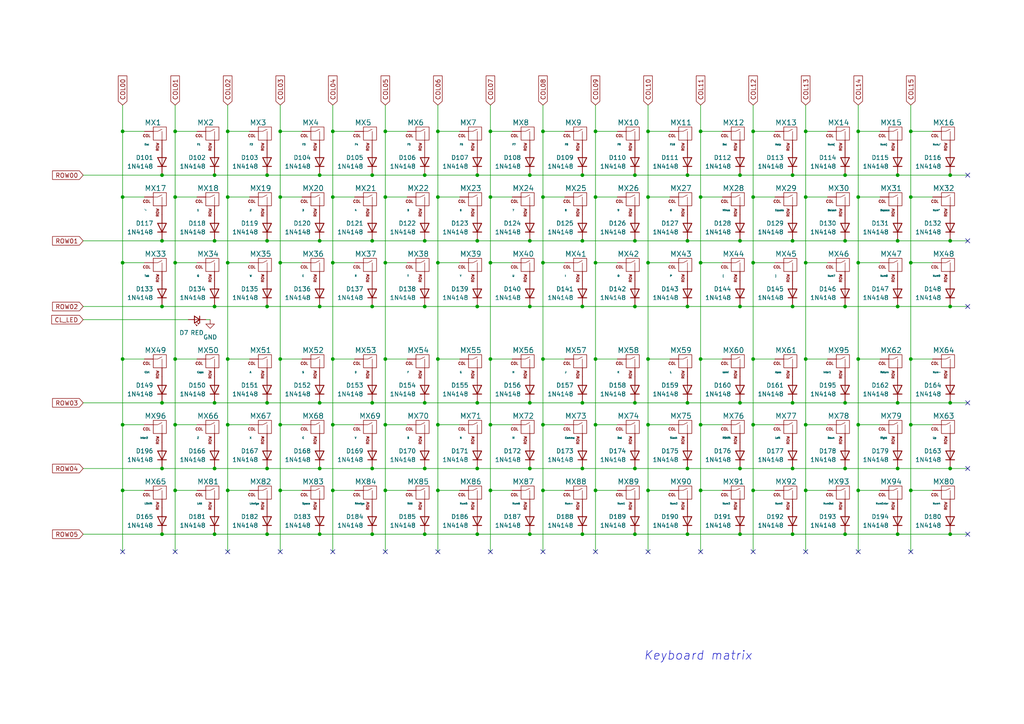
<source format=kicad_sch>
(kicad_sch (version 20230121) (generator eeschema)
  (paper "A4")
  (title_block (date "2022-01-08"))
  (junction (at 214.63 154.94))
  (junction (at 233.68 123.19))
  (junction (at 77.47 154.94))
  (junction (at 233.68 142.24))
  (junction (at 203.2 123.19))
  (junction (at 199.39 116.84))
  (junction (at 92.71 50.8))
  (junction (at 264.16 104.14))
  (junction (at 214.63 69.85))
  (junction (at 107.95 69.85))
  (junction (at 50.8 38.1))
  (junction (at 138.43 154.94))
  (junction (at 127 104.14))
  (junction (at 92.71 154.94))
  (junction (at 264.16 76.2))
  (junction (at 260.35 135.89))
  (junction (at 168.91 88.9))
  (junction (at 123.19 154.94))
  (junction (at 214.63 88.9))
  (junction (at 214.63 50.8))
  (junction (at 172.72 104.14))
  (junction (at 62.23 50.8))
  (junction (at 50.8 76.2))
  (junction (at 127 57.15))
  (junction (at 111.76 38.1))
  (junction (at 142.24 104.14))
  (junction (at 111.76 76.2))
  (junction (at 168.91 154.94))
  (junction (at 184.15 154.94))
  (junction (at 111.76 104.14))
  (junction (at 199.39 154.94))
  (junction (at 218.44 142.24))
  (junction (at 184.15 88.9))
  (junction (at 218.44 38.1))
  (junction (at 233.68 57.15))
  (junction (at 275.59 50.8))
  (junction (at 203.2 57.15))
  (junction (at 46.99 50.8))
  (junction (at 199.39 50.8))
  (junction (at 66.04 123.19))
  (junction (at 77.47 50.8))
  (junction (at 157.48 142.24))
  (junction (at 107.95 116.84))
  (junction (at 248.92 38.1))
  (junction (at 92.71 69.85))
  (junction (at 142.24 76.2))
  (junction (at 229.87 69.85))
  (junction (at 107.95 154.94))
  (junction (at 123.19 69.85))
  (junction (at 96.52 38.1))
  (junction (at 157.48 38.1))
  (junction (at 248.92 142.24))
  (junction (at 142.24 57.15))
  (junction (at 62.23 69.85))
  (junction (at 153.67 88.9))
  (junction (at 107.95 135.89))
  (junction (at 127 142.24))
  (junction (at 168.91 135.89))
  (junction (at 107.95 88.9))
  (junction (at 199.39 88.9))
  (junction (at 142.24 123.19))
  (junction (at 66.04 142.24))
  (junction (at 35.56 123.19))
  (junction (at 172.72 38.1))
  (junction (at 248.92 104.14))
  (junction (at 77.47 135.89))
  (junction (at 111.76 142.24))
  (junction (at 245.11 69.85))
  (junction (at 138.43 88.9))
  (junction (at 203.2 76.2))
  (junction (at 123.19 88.9))
  (junction (at 245.11 88.9))
  (junction (at 35.56 142.24))
  (junction (at 199.39 69.85))
  (junction (at 214.63 135.89))
  (junction (at 157.48 76.2))
  (junction (at 50.8 57.15))
  (junction (at 138.43 135.89))
  (junction (at 229.87 116.84))
  (junction (at 157.48 123.19))
  (junction (at 233.68 104.14))
  (junction (at 127 38.1))
  (junction (at 153.67 50.8))
  (junction (at 260.35 116.84))
  (junction (at 218.44 123.19))
  (junction (at 184.15 50.8))
  (junction (at 46.99 154.94))
  (junction (at 275.59 135.89))
  (junction (at 81.28 142.24))
  (junction (at 142.24 142.24))
  (junction (at 35.56 76.2))
  (junction (at 172.72 76.2))
  (junction (at 172.72 123.19))
  (junction (at 123.19 50.8))
  (junction (at 229.87 88.9))
  (junction (at 111.76 123.19))
  (junction (at 127 76.2))
  (junction (at 187.96 38.1))
  (junction (at 77.47 69.85))
  (junction (at 62.23 154.94))
  (junction (at 233.68 38.1))
  (junction (at 77.47 116.84))
  (junction (at 187.96 104.14))
  (junction (at 138.43 50.8))
  (junction (at 218.44 76.2))
  (junction (at 81.28 76.2))
  (junction (at 199.39 135.89))
  (junction (at 245.11 116.84))
  (junction (at 62.23 116.84))
  (junction (at 168.91 116.84))
  (junction (at 92.71 135.89))
  (junction (at 153.67 154.94))
  (junction (at 264.16 123.19))
  (junction (at 168.91 69.85))
  (junction (at 66.04 76.2))
  (junction (at 81.28 104.14))
  (junction (at 275.59 154.94))
  (junction (at 203.2 142.24))
  (junction (at 77.47 88.9))
  (junction (at 111.76 57.15))
  (junction (at 35.56 104.14))
  (junction (at 81.28 57.15))
  (junction (at 245.11 154.94))
  (junction (at 275.59 88.9))
  (junction (at 229.87 50.8))
  (junction (at 35.56 57.15))
  (junction (at 245.11 50.8))
  (junction (at 153.67 116.84))
  (junction (at 92.71 116.84))
  (junction (at 96.52 104.14))
  (junction (at 46.99 88.9))
  (junction (at 218.44 104.14))
  (junction (at 62.23 88.9))
  (junction (at 233.68 76.2))
  (junction (at 187.96 142.24))
  (junction (at 66.04 104.14))
  (junction (at 229.87 135.89))
  (junction (at 275.59 116.84))
  (junction (at 157.48 104.14))
  (junction (at 138.43 69.85))
  (junction (at 138.43 116.84))
  (junction (at 153.67 135.89))
  (junction (at 248.92 123.19))
  (junction (at 168.91 50.8))
  (junction (at 46.99 116.84))
  (junction (at 127 123.19))
  (junction (at 260.35 88.9))
  (junction (at 81.28 38.1))
  (junction (at 35.56 38.1))
  (junction (at 248.92 57.15))
  (junction (at 153.67 69.85))
  (junction (at 66.04 57.15))
  (junction (at 46.99 135.89))
  (junction (at 184.15 135.89))
  (junction (at 107.95 50.8))
  (junction (at 96.52 57.15))
  (junction (at 187.96 123.19))
  (junction (at 229.87 154.94))
  (junction (at 187.96 57.15))
  (junction (at 123.19 135.89))
  (junction (at 66.04 38.1))
  (junction (at 245.11 135.89))
  (junction (at 264.16 38.1))
  (junction (at 50.8 123.19))
  (junction (at 92.71 88.9))
  (junction (at 172.72 142.24))
  (junction (at 96.52 76.2))
  (junction (at 184.15 116.84))
  (junction (at 218.44 57.15))
  (junction (at 142.24 38.1))
  (junction (at 248.92 76.2))
  (junction (at 50.8 142.24))
  (junction (at 260.35 69.85))
  (junction (at 62.23 135.89))
  (junction (at 203.2 104.14))
  (junction (at 172.72 57.15))
  (junction (at 96.52 123.19))
  (junction (at 203.2 38.1))
  (junction (at 214.63 116.84))
  (junction (at 264.16 142.24))
  (junction (at 123.19 116.84))
  (junction (at 187.96 76.2))
  (junction (at 96.52 142.24))
  (junction (at 260.35 154.94))
  (junction (at 264.16 57.15))
  (junction (at 275.59 69.85))
  (junction (at 46.99 69.85))
  (junction (at 184.15 69.85))
  (junction (at 81.28 123.19))
  (junction (at 50.8 104.14))
  (junction (at 157.48 57.15))
  (junction (at 260.35 50.8))
  (no_connect (at 280.67 50.8))
  (no_connect (at 280.67 135.89))
  (no_connect (at 280.67 116.84))
  (no_connect (at 280.67 154.94))
  (no_connect (at 264.16 160.02))
  (no_connect (at 248.92 160.02))
  (no_connect (at 280.67 88.9))
  (no_connect (at 280.67 69.85))
  (no_connect (at 233.68 160.02))
  (no_connect (at 218.44 160.02))
  (no_connect (at 172.72 160.02))
  (no_connect (at 203.2 160.02))
  (no_connect (at 187.96 160.02))
  (no_connect (at 35.56 160.02))
  (no_connect (at 66.04 160.02))
  (no_connect (at 50.8 160.02))
  (no_connect (at 81.28 160.02))
  (no_connect (at 111.76 160.02))
  (no_connect (at 96.52 160.02))
  (no_connect (at 127 160.02))
  (no_connect (at 142.24 160.02))
  (no_connect (at 157.48 160.02))
  (wire (pts (xy 214.63 116.84) (xy 229.87 116.84)))
  (wire (pts (xy 248.92 123.19) (xy 248.92 142.24)))
  (wire (pts (xy 142.24 123.19) (xy 142.24 142.24)))
  (wire (pts (xy 157.48 30.48) (xy 157.48 38.1)))
  (wire (pts (xy 66.04 123.19) (xy 66.04 142.24)))
  (wire (pts (xy 209.55 76.2) (xy 203.2 76.2)))
  (wire (pts (xy 233.68 38.1) (xy 233.68 57.15)))
  (wire (pts (xy 35.56 123.19) (xy 41.91 123.19)))
  (wire (pts (xy 127 142.24) (xy 127 160.02)))
  (wire (pts (xy 157.48 76.2) (xy 157.48 104.14)))
  (wire (pts (xy 81.28 142.24) (xy 87.63 142.24)))
  (wire (pts (xy 245.11 135.89) (xy 260.35 135.89)))
  (wire (pts (xy 35.56 30.48) (xy 35.56 38.1)))
  (wire (pts (xy 72.39 104.14) (xy 66.04 104.14)))
  (wire (pts (xy 248.92 104.14) (xy 248.92 123.19)))
  (wire (pts (xy 142.24 30.48) (xy 142.24 38.1)))
  (wire (pts (xy 24.13 154.94) (xy 46.99 154.94)))
  (wire (pts (xy 72.39 57.15) (xy 66.04 57.15)))
  (wire (pts (xy 194.31 104.14) (xy 187.96 104.14)))
  (wire (pts (xy 96.52 30.48) (xy 96.52 38.1)))
  (wire (pts (xy 157.48 142.24) (xy 163.83 142.24)))
  (wire (pts (xy 187.96 57.15) (xy 187.96 76.2)))
  (wire (pts (xy 233.68 142.24) (xy 240.03 142.24)))
  (wire (pts (xy 209.55 38.1) (xy 203.2 38.1)))
  (wire (pts (xy 118.11 38.1) (xy 111.76 38.1)))
  (wire (pts (xy 96.52 57.15) (xy 96.52 76.2)))
  (wire (pts (xy 96.52 142.24) (xy 96.52 160.02)))
  (wire (pts (xy 62.23 135.89) (xy 77.47 135.89)))
  (wire (pts (xy 209.55 104.14) (xy 203.2 104.14)))
  (wire (pts (xy 133.35 76.2) (xy 127 76.2)))
  (wire (pts (xy 41.91 38.1) (xy 35.56 38.1)))
  (wire (pts (xy 260.35 69.85) (xy 275.59 69.85)))
  (wire (pts (xy 248.92 38.1) (xy 248.92 57.15)))
  (wire (pts (xy 218.44 57.15) (xy 218.44 76.2)))
  (wire (pts (xy 184.15 135.89) (xy 199.39 135.89)))
  (wire (pts (xy 240.03 38.1) (xy 233.68 38.1)))
  (wire (pts (xy 148.59 57.15) (xy 142.24 57.15)))
  (wire (pts (xy 62.23 88.9) (xy 77.47 88.9)))
  (wire (pts (xy 229.87 135.89) (xy 245.11 135.89)))
  (wire (pts (xy 214.63 69.85) (xy 229.87 69.85)))
  (wire (pts (xy 111.76 104.14) (xy 111.76 123.19)))
  (wire (pts (xy 163.83 104.14) (xy 157.48 104.14)))
  (wire (pts (xy 133.35 104.14) (xy 127 104.14)))
  (wire (pts (xy 275.59 116.84) (xy 280.67 116.84)))
  (wire (pts (xy 168.91 88.9) (xy 184.15 88.9)))
  (wire (pts (xy 199.39 116.84) (xy 214.63 116.84)))
  (wire (pts (xy 199.39 50.8) (xy 214.63 50.8)))
  (wire (pts (xy 264.16 57.15) (xy 264.16 76.2)))
  (wire (pts (xy 224.79 123.19) (xy 218.44 123.19)))
  (wire (pts (xy 41.91 104.14) (xy 35.56 104.14)))
  (wire (pts (xy 264.16 123.19) (xy 270.51 123.19)))
  (wire (pts (xy 111.76 38.1) (xy 111.76 57.15)))
  (wire (pts (xy 24.13 135.89) (xy 46.99 135.89)))
  (wire (pts (xy 184.15 50.8) (xy 199.39 50.8)))
  (wire (pts (xy 153.67 135.89) (xy 168.91 135.89)))
  (wire (pts (xy 255.27 38.1) (xy 248.92 38.1)))
  (wire (pts (xy 270.51 76.2) (xy 264.16 76.2)))
  (wire (pts (xy 127 123.19) (xy 127 142.24)))
  (wire (pts (xy 168.91 135.89) (xy 184.15 135.89)))
  (wire (pts (xy 127 57.15) (xy 127 76.2)))
  (wire (pts (xy 118.11 104.14) (xy 111.76 104.14)))
  (wire (pts (xy 233.68 104.14) (xy 233.68 123.19)))
  (wire (pts (xy 41.91 57.15) (xy 35.56 57.15)))
  (wire (pts (xy 218.44 76.2) (xy 218.44 104.14)))
  (wire (pts (xy 245.11 154.94) (xy 260.35 154.94)))
  (wire (pts (xy 107.95 154.94) (xy 123.19 154.94)))
  (wire (pts (xy 50.8 30.48) (xy 50.8 38.1)))
  (wire (pts (xy 142.24 142.24) (xy 148.59 142.24)))
  (wire (pts (xy 66.04 142.24) (xy 66.04 160.02)))
  (wire (pts (xy 187.96 142.24) (xy 194.31 142.24)))
  (wire (pts (xy 179.07 123.19) (xy 172.72 123.19)))
  (wire (pts (xy 172.72 76.2) (xy 172.72 104.14)))
  (wire (pts (xy 87.63 76.2) (xy 81.28 76.2)))
  (wire (pts (xy 264.16 76.2) (xy 264.16 104.14)))
  (wire (pts (xy 157.48 38.1) (xy 157.48 57.15)))
  (wire (pts (xy 66.04 142.24) (xy 72.39 142.24)))
  (wire (pts (xy 194.31 38.1) (xy 187.96 38.1)))
  (wire (pts (xy 81.28 38.1) (xy 81.28 57.15)))
  (wire (pts (xy 77.47 154.94) (xy 92.71 154.94)))
  (wire (pts (xy 260.35 88.9) (xy 275.59 88.9)))
  (wire (pts (xy 245.11 50.8) (xy 260.35 50.8)))
  (wire (pts (xy 240.03 76.2) (xy 233.68 76.2)))
  (wire (pts (xy 163.83 38.1) (xy 157.48 38.1)))
  (wire (pts (xy 172.72 123.19) (xy 172.72 142.24)))
  (wire (pts (xy 233.68 123.19) (xy 233.68 142.24)))
  (wire (pts (xy 133.35 123.19) (xy 127 123.19)))
  (wire (pts (xy 62.23 116.84) (xy 77.47 116.84)))
  (wire (pts (xy 111.76 57.15) (xy 111.76 76.2)))
  (wire (pts (xy 81.28 57.15) (xy 81.28 76.2)))
  (wire (pts (xy 214.63 88.9) (xy 229.87 88.9)))
  (wire (pts (xy 46.99 50.8) (xy 62.23 50.8)))
  (wire (pts (xy 187.96 142.24) (xy 187.96 160.02)))
  (wire (pts (xy 57.15 57.15) (xy 50.8 57.15)))
  (wire (pts (xy 168.91 154.94) (xy 184.15 154.94)))
  (wire (pts (xy 111.76 76.2) (xy 111.76 104.14)))
  (wire (pts (xy 133.35 38.1) (xy 127 38.1)))
  (wire (pts (xy 245.11 69.85) (xy 260.35 69.85)))
  (wire (pts (xy 260.35 50.8) (xy 275.59 50.8)))
  (wire (pts (xy 72.39 123.19) (xy 66.04 123.19)))
  (wire (pts (xy 275.59 69.85) (xy 280.67 69.85)))
  (wire (pts (xy 96.52 123.19) (xy 96.52 142.24)))
  (wire (pts (xy 142.24 76.2) (xy 142.24 104.14)))
  (wire (pts (xy 72.39 38.1) (xy 66.04 38.1)))
  (wire (pts (xy 224.79 104.14) (xy 218.44 104.14)))
  (wire (pts (xy 92.71 116.84) (xy 107.95 116.84)))
  (wire (pts (xy 270.51 38.1) (xy 264.16 38.1)))
  (wire (pts (xy 264.16 123.19) (xy 264.16 142.24)))
  (wire (pts (xy 24.13 92.71) (xy 54.61 92.71)))
  (wire (pts (xy 118.11 76.2) (xy 111.76 76.2)))
  (wire (pts (xy 218.44 123.19) (xy 218.44 142.24)))
  (wire (pts (xy 224.79 57.15) (xy 218.44 57.15)))
  (wire (pts (xy 199.39 135.89) (xy 214.63 135.89)))
  (wire (pts (xy 275.59 135.89) (xy 280.67 135.89)))
  (wire (pts (xy 66.04 30.48) (xy 66.04 38.1)))
  (wire (pts (xy 248.92 57.15) (xy 248.92 76.2)))
  (wire (pts (xy 184.15 154.94) (xy 199.39 154.94)))
  (wire (pts (xy 153.67 88.9) (xy 168.91 88.9)))
  (wire (pts (xy 157.48 142.24) (xy 157.48 160.02)))
  (wire (pts (xy 92.71 50.8) (xy 107.95 50.8)))
  (wire (pts (xy 179.07 104.14) (xy 172.72 104.14)))
  (wire (pts (xy 138.43 154.94) (xy 153.67 154.94)))
  (wire (pts (xy 240.03 123.19) (xy 233.68 123.19)))
  (wire (pts (xy 194.31 123.19) (xy 187.96 123.19)))
  (wire (pts (xy 148.59 123.19) (xy 142.24 123.19)))
  (wire (pts (xy 77.47 116.84) (xy 92.71 116.84)))
  (wire (pts (xy 229.87 88.9) (xy 245.11 88.9)))
  (wire (pts (xy 248.92 104.14) (xy 255.27 104.14)))
  (wire (pts (xy 142.24 57.15) (xy 142.24 76.2)))
  (wire (pts (xy 264.16 38.1) (xy 264.16 57.15)))
  (wire (pts (xy 62.23 154.94) (xy 77.47 154.94)))
  (wire (pts (xy 72.39 76.2) (xy 66.04 76.2)))
  (wire (pts (xy 107.95 135.89) (xy 123.19 135.89)))
  (wire (pts (xy 209.55 123.19) (xy 203.2 123.19)))
  (wire (pts (xy 66.04 57.15) (xy 66.04 76.2)))
  (wire (pts (xy 107.95 88.9) (xy 123.19 88.9)))
  (wire (pts (xy 127 30.48) (xy 127 38.1)))
  (wire (pts (xy 218.44 142.24) (xy 218.44 160.02)))
  (wire (pts (xy 255.27 76.2) (xy 248.92 76.2)))
  (wire (pts (xy 245.11 88.9) (xy 260.35 88.9)))
  (wire (pts (xy 203.2 142.24) (xy 203.2 160.02)))
  (wire (pts (xy 248.92 30.48) (xy 248.92 38.1)))
  (wire (pts (xy 187.96 104.14) (xy 187.96 123.19)))
  (wire (pts (xy 148.59 38.1) (xy 142.24 38.1)))
  (wire (pts (xy 148.59 76.2) (xy 142.24 76.2)))
  (wire (pts (xy 264.16 104.14) (xy 264.16 123.19)))
  (wire (pts (xy 203.2 30.48) (xy 203.2 38.1)))
  (wire (pts (xy 248.92 142.24) (xy 248.92 160.02)))
  (wire (pts (xy 179.07 38.1) (xy 172.72 38.1)))
  (wire (pts (xy 24.13 88.9) (xy 46.99 88.9)))
  (wire (pts (xy 57.15 104.14) (xy 50.8 104.14)))
  (wire (pts (xy 46.99 88.9) (xy 62.23 88.9)))
  (wire (pts (xy 214.63 154.94) (xy 229.87 154.94)))
  (wire (pts (xy 57.15 38.1) (xy 50.8 38.1)))
  (wire (pts (xy 240.03 57.15) (xy 233.68 57.15)))
  (wire (pts (xy 50.8 104.14) (xy 50.8 123.19)))
  (wire (pts (xy 168.91 50.8) (xy 184.15 50.8)))
  (wire (pts (xy 275.59 50.8) (xy 280.67 50.8)))
  (wire (pts (xy 81.28 123.19) (xy 81.28 142.24)))
  (wire (pts (xy 87.63 57.15) (xy 81.28 57.15)))
  (wire (pts (xy 102.87 76.2) (xy 96.52 76.2)))
  (wire (pts (xy 66.04 104.14) (xy 66.04 123.19)))
  (wire (pts (xy 138.43 69.85) (xy 153.67 69.85)))
  (wire (pts (xy 153.67 116.84) (xy 168.91 116.84)))
  (wire (pts (xy 203.2 76.2) (xy 203.2 104.14)))
  (wire (pts (xy 229.87 154.94) (xy 245.11 154.94)))
  (wire (pts (xy 187.96 30.48) (xy 187.96 38.1)))
  (wire (pts (xy 24.13 69.85) (xy 46.99 69.85)))
  (wire (pts (xy 187.96 123.19) (xy 187.96 142.24)))
  (wire (pts (xy 96.52 76.2) (xy 96.52 104.14)))
  (wire (pts (xy 203.2 123.19) (xy 203.2 142.24)))
  (wire (pts (xy 102.87 57.15) (xy 96.52 57.15)))
  (wire (pts (xy 245.11 116.84) (xy 260.35 116.84)))
  (wire (pts (xy 275.59 154.94) (xy 280.67 154.94)))
  (wire (pts (xy 260.35 135.89) (xy 275.59 135.89)))
  (wire (pts (xy 87.63 123.19) (xy 81.28 123.19)))
  (wire (pts (xy 123.19 135.89) (xy 138.43 135.89)))
  (wire (pts (xy 127 76.2) (xy 127 104.14)))
  (wire (pts (xy 118.11 57.15) (xy 111.76 57.15)))
  (wire (pts (xy 187.96 76.2) (xy 187.96 104.14)))
  (wire (pts (xy 123.19 154.94) (xy 138.43 154.94)))
  (wire (pts (xy 123.19 88.9) (xy 138.43 88.9)))
  (wire (pts (xy 163.83 123.19) (xy 157.48 123.19)))
  (wire (pts (xy 81.28 142.24) (xy 81.28 160.02)))
  (wire (pts (xy 111.76 123.19) (xy 111.76 142.24)))
  (wire (pts (xy 127 142.24) (xy 133.35 142.24)))
  (wire (pts (xy 194.31 76.2) (xy 187.96 76.2)))
  (wire (pts (xy 24.13 116.84) (xy 46.99 116.84)))
  (wire (pts (xy 229.87 116.84) (xy 245.11 116.84)))
  (wire (pts (xy 218.44 142.24) (xy 224.79 142.24)))
  (wire (pts (xy 172.72 30.48) (xy 172.72 38.1)))
  (wire (pts (xy 57.15 76.2) (xy 50.8 76.2)))
  (wire (pts (xy 168.91 116.84) (xy 184.15 116.84)))
  (wire (pts (xy 96.52 104.14) (xy 96.52 123.19)))
  (wire (pts (xy 46.99 69.85) (xy 62.23 69.85)))
  (wire (pts (xy 123.19 69.85) (xy 138.43 69.85)))
  (wire (pts (xy 111.76 142.24) (xy 118.11 142.24)))
  (wire (pts (xy 96.52 142.24) (xy 102.87 142.24)))
  (wire (pts (xy 224.79 76.2) (xy 218.44 76.2)))
  (wire (pts (xy 66.04 38.1) (xy 66.04 57.15)))
  (wire (pts (xy 81.28 104.14) (xy 81.28 123.19)))
  (wire (pts (xy 123.19 50.8) (xy 138.43 50.8)))
  (wire (pts (xy 111.76 142.24) (xy 111.76 160.02)))
  (wire (pts (xy 203.2 142.24) (xy 209.55 142.24)))
  (wire (pts (xy 255.27 123.19) (xy 248.92 123.19)))
  (wire (pts (xy 35.56 38.1) (xy 35.56 57.15)))
  (wire (pts (xy 24.13 50.8) (xy 46.99 50.8)))
  (wire (pts (xy 233.68 104.14) (xy 240.03 104.14)))
  (wire (pts (xy 50.8 57.15) (xy 50.8 76.2)))
  (wire (pts (xy 102.87 123.19) (xy 96.52 123.19)))
  (wire (pts (xy 35.56 76.2) (xy 35.56 104.14)))
  (wire (pts (xy 46.99 154.94) (xy 62.23 154.94)))
  (wire (pts (xy 138.43 135.89) (xy 153.67 135.89)))
  (wire (pts (xy 233.68 142.24) (xy 233.68 160.02)))
  (wire (pts (xy 172.72 57.15) (xy 172.72 76.2)))
  (wire (pts (xy 133.35 57.15) (xy 127 57.15)))
  (wire (pts (xy 184.15 116.84) (xy 199.39 116.84)))
  (wire (pts (xy 50.8 123.19) (xy 50.8 142.24)))
  (wire (pts (xy 184.15 69.85) (xy 199.39 69.85)))
  (wire (pts (xy 46.99 116.84) (xy 62.23 116.84)))
  (wire (pts (xy 102.87 38.1) (xy 96.52 38.1)))
  (wire (pts (xy 92.71 69.85) (xy 107.95 69.85)))
  (wire (pts (xy 102.87 104.14) (xy 96.52 104.14)))
  (wire (pts (xy 138.43 88.9) (xy 153.67 88.9)))
  (wire (pts (xy 50.8 38.1) (xy 50.8 57.15)))
  (wire (pts (xy 138.43 50.8) (xy 153.67 50.8)))
  (wire (pts (xy 233.68 30.48) (xy 233.68 38.1)))
  (wire (pts (xy 229.87 50.8) (xy 245.11 50.8)))
  (wire (pts (xy 224.79 38.1) (xy 218.44 38.1)))
  (wire (pts (xy 194.31 57.15) (xy 187.96 57.15)))
  (wire (pts (xy 107.95 50.8) (xy 123.19 50.8)))
  (wire (pts (xy 81.28 30.48) (xy 81.28 38.1)))
  (wire (pts (xy 77.47 88.9) (xy 92.71 88.9)))
  (wire (pts (xy 92.71 154.94) (xy 107.95 154.94)))
  (wire (pts (xy 81.28 76.2) (xy 81.28 104.14)))
  (wire (pts (xy 163.83 76.2) (xy 157.48 76.2)))
  (wire (pts (xy 123.19 116.84) (xy 138.43 116.84)))
  (wire (pts (xy 172.72 142.24) (xy 179.07 142.24)))
  (wire (pts (xy 59.69 92.71) (xy 60.96 92.71)))
  (wire (pts (xy 77.47 135.89) (xy 92.71 135.89)))
  (wire (pts (xy 35.56 142.24) (xy 41.91 142.24)))
  (wire (pts (xy 153.67 50.8) (xy 168.91 50.8)))
  (wire (pts (xy 111.76 30.48) (xy 111.76 38.1)))
  (wire (pts (xy 255.27 57.15) (xy 248.92 57.15)))
  (wire (pts (xy 203.2 104.14) (xy 203.2 123.19)))
  (wire (pts (xy 96.52 38.1) (xy 96.52 57.15)))
  (wire (pts (xy 138.43 116.84) (xy 153.67 116.84)))
  (wire (pts (xy 214.63 135.89) (xy 229.87 135.89)))
  (wire (pts (xy 163.83 57.15) (xy 157.48 57.15)))
  (wire (pts (xy 218.44 30.48) (xy 218.44 38.1)))
  (wire (pts (xy 66.04 76.2) (xy 66.04 104.14)))
  (wire (pts (xy 248.92 142.24) (xy 255.27 142.24)))
  (wire (pts (xy 199.39 69.85) (xy 214.63 69.85)))
  (wire (pts (xy 264.16 142.24) (xy 270.51 142.24)))
  (wire (pts (xy 199.39 154.94) (xy 214.63 154.94)))
  (wire (pts (xy 35.56 104.14) (xy 35.56 123.19)))
  (wire (pts (xy 92.71 135.89) (xy 107.95 135.89)))
  (wire (pts (xy 260.35 116.84) (xy 275.59 116.84)))
  (wire (pts (xy 35.56 123.19) (xy 35.56 142.24)))
  (wire (pts (xy 172.72 104.14) (xy 172.72 123.19)))
  (wire (pts (xy 264.16 142.24) (xy 264.16 160.02)))
  (wire (pts (xy 157.48 104.14) (xy 157.48 123.19)))
  (wire (pts (xy 172.72 38.1) (xy 172.72 57.15)))
  (wire (pts (xy 148.59 104.14) (xy 142.24 104.14)))
  (wire (pts (xy 233.68 57.15) (xy 233.68 76.2)))
  (wire (pts (xy 264.16 30.48) (xy 264.16 38.1)))
  (wire (pts (xy 218.44 104.14) (xy 218.44 123.19)))
  (wire (pts (xy 142.24 104.14) (xy 142.24 123.19)))
  (wire (pts (xy 179.07 57.15) (xy 172.72 57.15)))
  (wire (pts (xy 270.51 57.15) (xy 264.16 57.15)))
  (wire (pts (xy 92.71 88.9) (xy 107.95 88.9)))
  (wire (pts (xy 260.35 154.94) (xy 275.59 154.94)))
  (wire (pts (xy 50.8 76.2) (xy 50.8 104.14)))
  (wire (pts (xy 46.99 135.89) (xy 62.23 135.89)))
  (wire (pts (xy 203.2 38.1) (xy 203.2 57.15)))
  (wire (pts (xy 264.16 104.14) (xy 270.51 104.14)))
  (wire (pts (xy 168.91 69.85) (xy 184.15 69.85)))
  (wire (pts (xy 62.23 50.8) (xy 77.47 50.8)))
  (wire (pts (xy 41.91 76.2) (xy 35.56 76.2)))
  (wire (pts (xy 153.67 154.94) (xy 168.91 154.94)))
  (wire (pts (xy 153.67 69.85) (xy 168.91 69.85)))
  (wire (pts (xy 233.68 76.2) (xy 233.68 104.14)))
  (wire (pts (xy 157.48 123.19) (xy 157.48 142.24)))
  (wire (pts (xy 62.23 69.85) (xy 77.47 69.85)))
  (wire (pts (xy 275.59 88.9) (xy 280.67 88.9)))
  (wire (pts (xy 229.87 69.85) (xy 245.11 69.85)))
  (wire (pts (xy 179.07 76.2) (xy 172.72 76.2)))
  (wire (pts (xy 187.96 38.1) (xy 187.96 57.15)))
  (wire (pts (xy 87.63 104.14) (xy 81.28 104.14)))
  (wire (pts (xy 87.63 38.1) (xy 81.28 38.1)))
  (wire (pts (xy 57.15 123.19) (xy 50.8 123.19)))
  (wire (pts (xy 50.8 142.24) (xy 50.8 160.02)))
  (wire (pts (xy 118.11 123.19) (xy 111.76 123.19)))
  (wire (pts (xy 77.47 50.8) (xy 92.71 50.8)))
  (wire (pts (xy 209.55 57.15) (xy 203.2 57.15)))
  (wire (pts (xy 142.24 38.1) (xy 142.24 57.15)))
  (wire (pts (xy 218.44 38.1) (xy 218.44 57.15)))
  (wire (pts (xy 157.48 57.15) (xy 157.48 76.2)))
  (wire (pts (xy 214.63 50.8) (xy 229.87 50.8)))
  (wire (pts (xy 50.8 142.24) (xy 57.15 142.24)))
  (wire (pts (xy 248.92 76.2) (xy 248.92 104.14)))
  (wire (pts (xy 77.47 69.85) (xy 92.71 69.85)))
  (wire (pts (xy 142.24 142.24) (xy 142.24 160.02)))
  (wire (pts (xy 203.2 57.15) (xy 203.2 76.2)))
  (wire (pts (xy 184.15 88.9) (xy 199.39 88.9)))
  (wire (pts (xy 107.95 116.84) (xy 123.19 116.84)))
  (wire (pts (xy 35.56 142.24) (xy 35.56 160.02)))
  (wire (pts (xy 35.56 57.15) (xy 35.56 76.2)))
  (wire (pts (xy 127 38.1) (xy 127 57.15)))
  (wire (pts (xy 172.72 142.24) (xy 172.72 160.02)))
  (wire (pts (xy 107.95 69.85) (xy 123.19 69.85)))
  (wire (pts (xy 127 104.14) (xy 127 123.19)))
  (wire (pts (xy 199.39 88.9) (xy 214.63 88.9)))
  (text "Keyboard matrix" (at 186.69 191.77 0) (effects (font (size 2.54 2.54) italic) (justify left bottom)))
  (global_label "COL02" (shape input) (at 66.04 30.48 90) (property "Intersheetrefs" "${INTERSHEET_REFS}" (effects hide)))
  (global_label "COL00" (shape input) (at 35.56 30.48 90) (property "Intersheetrefs" "${INTERSHEET_REFS}" (effects hide)))
  (global_label "COL05" (shape input) (at 111.76 30.48 90) (property "Intersheetrefs" "${INTERSHEET_REFS}" (effects hide)))
  (global_label "ROW01" (shape input) (at 24.13 69.85 180) (property "Intersheetrefs" "${INTERSHEET_REFS}" (effects hide)))
  (global_label "COL13" (shape input) (at 233.68 30.48 90) (property "Intersheetrefs" "${INTERSHEET_REFS}" (effects hide)))
  (global_label "ROW05" (shape input) (at 24.13 154.94 180) (property "Intersheetrefs" "${INTERSHEET_REFS}" (effects hide)))
  (global_label "COL06" (shape input) (at 127 30.48 90) (property "Intersheetrefs" "${INTERSHEET_REFS}" (effects hide)))
  (global_label "COL03" (shape input) (at 81.28 30.48 90) (property "Intersheetrefs" "${INTERSHEET_REFS}" (effects hide)))
  (global_label "COL07" (shape input) (at 142.24 30.48 90) (property "Intersheetrefs" "${INTERSHEET_REFS}" (effects hide)))
  (global_label "ROW02" (shape input) (at 24.13 88.9 180) (property "Intersheetrefs" "${INTERSHEET_REFS}" (effects hide)))
  (global_label "COL10" (shape input) (at 187.96 30.48 90) (property "Intersheetrefs" "${INTERSHEET_REFS}" (effects hide)))
  (global_label "CL_LED" (shape input) (at 24.13 92.71 180) (property "Intersheetrefs" "${INTERSHEET_REFS}" (effects hide)))
  (global_label "COL15" (shape input) (at 264.16 30.48 90) (property "Intersheetrefs" "${INTERSHEET_REFS}" (effects hide)))
  (global_label "COL12" (shape input) (at 218.44 30.48 90) (property "Intersheetrefs" "${INTERSHEET_REFS}" (effects hide)))
  (global_label "COL01" (shape input) (at 50.8 30.48 90) (property "Intersheetrefs" "${INTERSHEET_REFS}" (effects hide)))
  (global_label "COL11" (shape input) (at 203.2 30.48 90) (property "Intersheetrefs" "${INTERSHEET_REFS}" (effects hide)))
  (global_label "ROW04" (shape input) (at 24.13 135.89 180) (property "Intersheetrefs" "${INTERSHEET_REFS}" (effects hide)))
  (global_label "ROW00" (shape input) (at 24.13 50.8 180) (property "Intersheetrefs" "${INTERSHEET_REFS}" (effects hide)))
  (global_label "COL08" (shape input) (at 157.48 30.48 90) (property "Intersheetrefs" "${INTERSHEET_REFS}" (effects hide)))
  (global_label "COL14" (shape input) (at 248.92 30.48 90) (property "Intersheetrefs" "${INTERSHEET_REFS}" (effects hide)))
  (global_label "ROW03" (shape input) (at 24.13 116.84 180) (property "Intersheetrefs" "${INTERSHEET_REFS}" (effects hide)))
  (global_label "COL09" (shape input) (at 172.72 30.48 90) (property "Intersheetrefs" "${INTERSHEET_REFS}" (effects hide)))
  (global_label "COL04" (shape input) (at 96.52 30.48 90) (property "Intersheetrefs" "${INTERSHEET_REFS}" (effects hide)))
  (symbol (lib_id "MX_Alps_Hybrid:MX-NoLED") (at 106.68 105.41 0) (mirror y) (unit 1)
    (property "Reference" "MX53" (at 102.87 101.6 0) (effects (font (size 1.524 1.524)) (justify right)))
    (property "Value" "D" (at 102.87 107.95 0) (effects (font (size 0.508 0.508)) (justify right)))
    (property "Footprint" "Switch_Keyboard_Cherry_MX:SW_Cherry_MX_PCB_1.00u" (effects hide))
  )
  (symbol (lib_id "Diode:1N4148") (at 214.63 151.13 90) (unit 1)
    (property "Reference" "D191" (at 207.01 149.86 90) (effects (justify right)))
    (property "Value" "1N4148" (at 204.47 152.4 90) (effects (justify right)))
    (property "Footprint" "Diode_SMD:D_0805_2012Metric_Pad1.15x1.40mm_HandSolder" (effects hide))
    (property "Datasheet" "https://assets.nexperia.com/documents/data-sheet/1N4148_1N4448.pdf" (effects hide))
  )
  (symbol (lib_id "MX_Alps_Hybrid:MX-NoLED") (at 228.6 105.41 0) (mirror y) (unit 1)
    (property "Reference" "MX61" (at 224.79 101.6 0) (effects (font (size 1.524 1.524)) (justify right)))
    (property "Value" "Apos" (at 224.79 107.95 0) (effects (font (size 0.508 0.508)) (justify right)))
    (property "Footprint" "Switch_Keyboard_Cherry_MX:SW_Cherry_MX_PCB_1.00u" (effects hide))
  )
  (symbol (lib_id "Diode:1N4148") (at 123.19 113.03 90) (unit 1)
    (property "Reference" "D154" (at 115.57 111.76 90) (effects (justify right)))
    (property "Value" "1N4148" (at 113.03 114.3 90) (effects (justify right)))
    (property "Footprint" "Diode_SMD:D_0805_2012Metric_Pad1.15x1.40mm_HandSolder" (effects hide))
    (property "Datasheet" "https://assets.nexperia.com/documents/data-sheet/1N4148_1N4448.pdf" (effects hide))
  )
  (symbol (lib_id "Diode:1N4148") (at 168.91 132.08 90) (unit 1)
    (property "Reference" "D173" (at 161.29 130.81 90) (effects (justify right)))
    (property "Value" "1N4148" (at 158.75 133.35 90) (effects (justify right)))
    (property "Footprint" "Diode_SMD:D_0805_2012Metric_Pad1.15x1.40mm_HandSolder" (effects hide))
    (property "Datasheet" "https://assets.nexperia.com/documents/data-sheet/1N4148_1N4448.pdf" (effects hide))
  )
  (symbol (lib_id "Diode:1N4148") (at 62.23 46.99 90) (unit 1)
    (property "Reference" "D102" (at 54.61 45.72 90) (effects (justify right)))
    (property "Value" "1N4148" (at 52.07 48.26 90) (effects (justify right)))
    (property "Footprint" "Diode_SMD:D_0805_2012Metric_Pad1.15x1.40mm_HandSolder" (effects hide))
    (property "Datasheet" "https://assets.nexperia.com/documents/data-sheet/1N4148_1N4448.pdf" (effects hide))
  )
  (symbol (lib_id "Diode:1N4148") (at 168.91 66.04 90) (unit 1)
    (property "Reference" "D125" (at 161.29 64.77 90) (effects (justify right)))
    (property "Value" "1N4148" (at 158.75 67.31 90) (effects (justify right)))
    (property "Footprint" "Diode_SMD:D_0805_2012Metric_Pad1.15x1.40mm_HandSolder" (effects hide))
    (property "Datasheet" "https://assets.nexperia.com/documents/data-sheet/1N4148_1N4448.pdf" (effects hide))
  )
  (symbol (lib_id "Diode:1N4148") (at 92.71 66.04 90) (unit 1)
    (property "Reference" "D120" (at 85.09 64.77 90) (effects (justify right)))
    (property "Value" "1N4148" (at 82.55 67.31 90) (effects (justify right)))
    (property "Footprint" "Diode_SMD:D_0805_2012Metric_Pad1.15x1.40mm_HandSolder" (effects hide))
    (property "Datasheet" "https://assets.nexperia.com/documents/data-sheet/1N4148_1N4448.pdf" (effects hide))
  )
  (symbol (lib_id "Diode:1N4148") (at 92.71 85.09 90) (unit 1)
    (property "Reference" "D136" (at 85.09 83.82 90) (effects (justify right)))
    (property "Value" "1N4148" (at 82.55 86.36 90) (effects (justify right)))
    (property "Footprint" "Diode_SMD:D_0805_2012Metric_Pad1.15x1.40mm_HandSolder" (effects hide))
    (property "Datasheet" "https://assets.nexperia.com/documents/data-sheet/1N4148_1N4448.pdf" (effects hide))
  )
  (symbol (lib_id "MX_Alps_Hybrid:MX-NoLED") (at 121.92 58.42 0) (mirror y) (unit 1)
    (property "Reference" "MX22" (at 118.11 54.61 0) (effects (font (size 1.524 1.524)) (justify right)))
    (property "Value" "5" (at 118.11 60.96 0) (effects (font (size 0.508 0.508)) (justify right)))
    (property "Footprint" "Switch_Keyboard_Cherry_MX:SW_Cherry_MX_PCB_1.00u" (effects hide))
  )
  (symbol (lib_id "MX_Alps_Hybrid:MX-NoLED") (at 182.88 77.47 0) (mirror y) (unit 1)
    (property "Reference" "MX42" (at 179.07 73.66 0) (effects (font (size 1.524 1.524)) (justify right)))
    (property "Value" "O" (at 179.07 80.01 0) (effects (font (size 0.508 0.508)) (justify right)))
    (property "Footprint" "Switch_Keyboard_Cherry_MX:SW_Cherry_MX_PCB_1.00u" (effects hide))
  )
  (symbol (lib_id "Diode:1N4148") (at 77.47 85.09 90) (unit 1)
    (property "Reference" "D135" (at 69.85 83.82 90) (effects (justify right)))
    (property "Value" "1N4148" (at 67.31 86.36 90) (effects (justify right)))
    (property "Footprint" "Diode_SMD:D_0805_2012Metric_Pad1.15x1.40mm_HandSolder" (effects hide))
    (property "Datasheet" "https://assets.nexperia.com/documents/data-sheet/1N4148_1N4448.pdf" (effects hide))
  )
  (symbol (lib_id "MX_Alps_Hybrid:MX-NoLED") (at 60.96 124.46 0) (mirror y) (unit 1)
    (property "Reference" "MX66" (at 57.15 120.65 0) (effects (font (size 1.524 1.524)) (justify right)))
    (property "Value" "Z" (at 57.15 127 0) (effects (font (size 0.508 0.508)) (justify right)))
    (property "Footprint" "Switch_Keyboard_Cherry_MX:SW_Cherry_MX_PCB_1.00u" (effects hide))
  )
  (symbol (lib_id "Diode:1N4148") (at 107.95 46.99 90) (unit 1)
    (property "Reference" "D105" (at 100.33 45.72 90) (effects (justify right)))
    (property "Value" "1N4148" (at 97.79 48.26 90) (effects (justify right)))
    (property "Footprint" "Diode_SMD:D_0805_2012Metric_Pad1.15x1.40mm_HandSolder" (effects hide))
    (property "Datasheet" "https://assets.nexperia.com/documents/data-sheet/1N4148_1N4448.pdf" (effects hide))
  )
  (symbol (lib_id "Diode:1N4148") (at 275.59 46.99 90) (unit 1)
    (property "Reference" "D116" (at 267.97 45.72 90) (effects (justify right)))
    (property "Value" "1N4148" (at 265.43 48.26 90) (effects (justify right)))
    (property "Footprint" "Diode_SMD:D_0805_2012Metric_Pad1.15x1.40mm_HandSolder" (effects hide))
    (property "Datasheet" "https://assets.nexperia.com/documents/data-sheet/1N4148_1N4448.pdf" (effects hide))
  )
  (symbol (lib_id "Diode:1N4148") (at 260.35 113.03 90) (unit 1)
    (property "Reference" "D162" (at 252.73 111.76 90) (effects (justify right)))
    (property "Value" "1N4148" (at 250.19 114.3 90) (effects (justify right)))
    (property "Footprint" "Diode_SMD:D_0805_2012Metric_Pad1.15x1.40mm_HandSolder" (effects hide))
    (property "Datasheet" "https://assets.nexperia.com/documents/data-sheet/1N4148_1N4448.pdf" (effects hide))
  )
  (symbol (lib_id "Diode:1N4148") (at 229.87 46.99 90) (unit 1)
    (property "Reference" "D113" (at 222.25 45.72 90) (effects (justify right)))
    (property "Value" "1N4148" (at 219.71 48.26 90) (effects (justify right)))
    (property "Footprint" "Diode_SMD:D_0805_2012Metric_Pad1.15x1.40mm_HandSolder" (effects hide))
    (property "Datasheet" "https://assets.nexperia.com/documents/data-sheet/1N4148_1N4448.pdf" (effects hide))
  )
  (symbol (lib_id "Diode:1N4148") (at 245.11 132.08 90) (unit 1)
    (property "Reference" "D178" (at 237.49 130.81 90) (effects (justify right)))
    (property "Value" "1N4148" (at 234.95 133.35 90) (effects (justify right)))
    (property "Footprint" "Diode_SMD:D_0805_2012Metric_Pad1.15x1.40mm_HandSolder" (effects hide))
    (property "Datasheet" "https://assets.nexperia.com/documents/data-sheet/1N4148_1N4448.pdf" (effects hide))
  )
  (symbol (lib_id "MX_Alps_Hybrid:MX-NoLED") (at 121.92 105.41 0) (mirror y) (unit 1)
    (property "Reference" "MX54" (at 118.11 101.6 0) (effects (font (size 1.524 1.524)) (justify right)))
    (property "Value" "F" (at 118.11 107.95 0) (effects (font (size 0.508 0.508)) (justify right)))
    (property "Footprint" "Switch_Keyboard_Cherry_MX:SW_Cherry_MX_PCB_1.00u" (effects hide))
  )
  (symbol (lib_id "Diode:1N4148") (at 275.59 151.13 90) (unit 1)
    (property "Reference" "D180" (at 267.97 149.86 90) (effects (justify right)))
    (property "Value" "1N4148" (at 265.43 152.4 90) (effects (justify right)))
    (property "Footprint" "Diode_SMD:D_0805_2012Metric_Pad1.15x1.40mm_HandSolder" (effects hide))
    (property "Datasheet" "https://assets.nexperia.com/documents/data-sheet/1N4148_1N4448.pdf" (effects hide))
  )
  (symbol (lib_id "MX_Alps_Hybrid:MX-NoLED") (at 243.84 77.47 0) (mirror y) (unit 1)
    (property "Reference" "MX46" (at 240.03 73.66 0) (effects (font (size 1.524 1.524)) (justify right)))
    (property "Value" "Num7" (at 240.03 80.01 0) (effects (font (size 0.508 0.508)) (justify right)))
    (property "Footprint" "Switch_Keyboard_Cherry_MX:SW_Cherry_MX_PCB_1.00u" (effects hide))
  )
  (symbol (lib_id "Diode:1N4148") (at 123.19 151.13 90) (unit 1)
    (property "Reference" "D185" (at 115.57 149.86 90) (effects (justify right)))
    (property "Value" "1N4148" (at 113.03 152.4 90) (effects (justify right)))
    (property "Footprint" "Diode_SMD:D_0805_2012Metric_Pad1.15x1.40mm_HandSolder" (effects hide))
    (property "Datasheet" "https://assets.nexperia.com/documents/data-sheet/1N4148_1N4448.pdf" (effects hide))
  )
  (symbol (lib_id "Diode:1N4148") (at 260.35 46.99 90) (unit 1)
    (property "Reference" "D115" (at 252.73 45.72 90) (effects (justify right)))
    (property "Value" "1N4148" (at 250.19 48.26 90) (effects (justify right)))
    (property "Footprint" "Diode_SMD:D_0805_2012Metric_Pad1.15x1.40mm_HandSolder" (effects hide))
    (property "Datasheet" "https://assets.nexperia.com/documents/data-sheet/1N4148_1N4448.pdf" (effects hide))
  )
  (symbol (lib_id "MX_Alps_Hybrid:MX-NoLED") (at 213.36 39.37 0) (mirror y) (unit 1)
    (property "Reference" "MX12" (at 209.55 35.56 0) (effects (font (size 1.524 1.524)) (justify right)))
    (property "Value" "Del" (at 209.55 41.91 0) (effects (font (size 0.508 0.508)) (justify right)))
    (property "Footprint" "Switch_Keyboard_Cherry_MX:SW_Cherry_MX_PCB_1.50u" (effects hide))
  )
  (symbol (lib_id "MX_Alps_Hybrid:MX-NoLED") (at 213.36 77.47 0) (mirror y) (unit 1)
    (property "Reference" "MX44" (at 209.55 73.66 0) (effects (font (size 1.524 1.524)) (justify right)))
    (property "Value" "[" (at 209.55 80.01 0) (effects (font (size 0.508 0.508)) (justify right)))
    (property "Footprint" "Switch_Keyboard_Cherry_MX:SW_Cherry_MX_PCB_1.00u" (effects hide))
  )
  (symbol (lib_id "Diode:1N4148") (at 260.35 66.04 90) (unit 1)
    (property "Reference" "D131" (at 252.73 64.77 90) (effects (justify right)))
    (property "Value" "1N4148" (at 250.19 67.31 90) (effects (justify right)))
    (property "Footprint" "Diode_SMD:D_0805_2012Metric_Pad1.15x1.40mm_HandSolder" (effects hide))
    (property "Datasheet" "https://assets.nexperia.com/documents/data-sheet/1N4148_1N4448.pdf" (effects hide))
  )
  (symbol (lib_id "MX_Alps_Hybrid:MX-NoLED") (at 243.84 39.37 0) (mirror y) (unit 1)
    (property "Reference" "MX14" (at 240.03 35.56 0) (effects (font (size 1.524 1.524)) (justify right)))
    (property "Value" "Num(" (at 240.03 41.91 0) (effects (font (size 0.508 0.508)) (justify right)))
    (property "Footprint" "Switch_Keyboard_Cherry_MX:SW_Cherry_MX_PCB_1.00u" (effects hide))
  )
  (symbol (lib_id "MX_Alps_Hybrid:MX-NoLED") (at 106.68 39.37 0) (mirror y) (unit 1)
    (property "Reference" "MX5" (at 102.87 35.56 0) (effects (font (size 1.524 1.524)) (justify right)))
    (property "Value" "F4" (at 102.87 41.91 0) (effects (font (size 0.508 0.508)) (justify right)))
    (property "Footprint" "Switch_Keyboard_Cherry_MX:SW_Cherry_MX_PCB_1.25u" (effects hide))
  )
  (symbol (lib_id "Diode:1N4148") (at 229.87 151.13 90) (unit 1)
    (property "Reference" "D192" (at 222.25 149.86 90) (effects (justify right)))
    (property "Value" "1N4148" (at 219.71 152.4 90) (effects (justify right)))
    (property "Footprint" "Diode_SMD:D_0805_2012Metric_Pad1.15x1.40mm_HandSolder" (effects hide))
    (property "Datasheet" "https://assets.nexperia.com/documents/data-sheet/1N4148_1N4448.pdf" (effects hide))
  )
  (symbol (lib_id "MX_Alps_Hybrid:MX-NoLED") (at 60.96 39.37 0) (mirror y) (unit 1)
    (property "Reference" "MX2" (at 57.15 35.56 0) (effects (font (size 1.524 1.524)) (justify right)))
    (property "Value" "F1" (at 57.15 41.91 0) (effects (font (size 0.508 0.508)) (justify right)))
    (property "Footprint" "Switch_Keyboard_Cherry_MX:SW_Cherry_MX_PCB_1.25u" (effects hide))
  )
  (symbol (lib_id "MX_Alps_Hybrid:MX-NoLED") (at 60.96 58.42 0) (mirror y) (unit 1)
    (property "Reference" "MX18" (at 57.15 54.61 0) (effects (font (size 1.524 1.524)) (justify right)))
    (property "Value" "1" (at 57.15 60.96 0) (effects (font (size 0.508 0.508)) (justify right)))
    (property "Footprint" "Switch_Keyboard_Cherry_MX:SW_Cherry_MX_PCB_1.00u" (effects hide))
  )
  (symbol (lib_id "MX_Alps_Hybrid:MX-NoLED") (at 91.44 39.37 0) (mirror y) (unit 1)
    (property "Reference" "MX4" (at 87.63 35.56 0) (effects (font (size 1.524 1.524)) (justify right)))
    (property "Value" "F3" (at 87.63 41.91 0) (effects (font (size 0.508 0.508)) (justify right)))
    (property "Footprint" "Switch_Keyboard_Cherry_MX:SW_Cherry_MX_PCB_1.25u" (effects hide))
  )
  (symbol (lib_id "MX_Alps_Hybrid:MX-NoLED") (at 182.88 39.37 0) (mirror y) (unit 1)
    (property "Reference" "MX10" (at 179.07 35.56 0) (effects (font (size 1.524 1.524)) (justify right)))
    (property "Value" "F9" (at 179.07 41.91 0) (effects (font (size 0.508 0.508)) (justify right)))
    (property "Footprint" "Switch_Keyboard_Cherry_MX:SW_Cherry_MX_PCB_1.25u" (effects hide))
  )
  (symbol (lib_id "Diode:1N4148") (at 46.99 85.09 90) (unit 1)
    (property "Reference" "D133" (at 39.37 83.82 90) (effects (justify right)))
    (property "Value" "1N4148" (at 36.83 86.36 90) (effects (justify right)))
    (property "Footprint" "Diode_SMD:D_0805_2012Metric_Pad1.15x1.40mm_HandSolder" (effects hide))
    (property "Datasheet" "https://assets.nexperia.com/documents/data-sheet/1N4148_1N4448.pdf" (effects hide))
  )
  (symbol (lib_id "MX_Alps_Hybrid:MX-NoLED") (at 91.44 143.51 0) (mirror y) (unit 1)
    (property "Reference" "MX83" (at 87.63 139.7 0) (effects (font (size 1.524 1.524)) (justify right)))
    (property "Value" "Space" (at 87.63 146.05 0) (effects (font (size 0.508 0.508)) (justify right)))
    (property "Footprint" "Switch_Keyboard_Cherry_MX:SW_Cherry_MX_PCB_9.00u" (effects hide))
  )
  (symbol (lib_id "Diode:1N4148") (at 214.63 46.99 90) (unit 1)
    (property "Reference" "D112" (at 207.01 45.72 90) (effects (justify right)))
    (property "Value" "1N4148" (at 204.47 48.26 90) (effects (justify right)))
    (property "Footprint" "Diode_SMD:D_0805_2012Metric_Pad1.15x1.40mm_HandSolder" (effects hide))
    (property "Datasheet" "https://assets.nexperia.com/documents/data-sheet/1N4148_1N4448.pdf" (effects hide))
  )
  (symbol (lib_id "MX_Alps_Hybrid:MX-NoLED") (at 167.64 105.41 0) (mirror y) (unit 1)
    (property "Reference" "MX57" (at 163.83 101.6 0) (effects (font (size 1.524 1.524)) (justify right)))
    (property "Value" "J" (at 163.83 107.95 0) (effects (font (size 0.508 0.508)) (justify right)))
    (property "Footprint" "Switch_Keyboard_Cherry_MX:SW_Cherry_MX_PCB_1.00u" (effects hide))
  )
  (symbol (lib_id "Diode:1N4148") (at 77.47 113.03 90) (unit 1)
    (property "Reference" "D151" (at 69.85 111.76 90) (effects (justify right)))
    (property "Value" "1N4148" (at 67.31 114.3 90) (effects (justify right)))
    (property "Footprint" "Diode_SMD:D_0805_2012Metric_Pad1.15x1.40mm_HandSolder" (effects hide))
    (property "Datasheet" "https://assets.nexperia.com/documents/data-sheet/1N4148_1N4448.pdf" (effects hide))
  )
  (symbol (lib_id "Diode:1N4148") (at 245.11 46.99 90) (unit 1)
    (property "Reference" "D114" (at 237.49 45.72 90) (effects (justify right)))
    (property "Value" "1N4148" (at 234.95 48.26 90) (effects (justify right)))
    (property "Footprint" "Diode_SMD:D_0805_2012Metric_Pad1.15x1.40mm_HandSolder" (effects hide))
    (property "Datasheet" "https://assets.nexperia.com/documents/data-sheet/1N4148_1N4448.pdf" (effects hide))
  )
  (symbol (lib_id "Diode:1N4148") (at 107.95 151.13 90) (unit 1)
    (property "Reference" "D184" (at 100.33 149.86 90) (effects (justify right)))
    (property "Value" "1N4148" (at 97.79 152.4 90) (effects (justify right)))
    (property "Footprint" "Diode_SMD:D_0805_2012Metric_Pad1.15x1.40mm_HandSolder" (effects hide))
    (property "Datasheet" "https://assets.nexperia.com/documents/data-sheet/1N4148_1N4448.pdf" (effects hide))
  )
  (symbol (lib_id "Diode:1N4148") (at 92.71 113.03 90) (unit 1)
    (property "Reference" "D152" (at 85.09 111.76 90) (effects (justify right)))
    (property "Value" "1N4148" (at 82.55 114.3 90) (effects (justify right)))
    (property "Footprint" "Diode_SMD:D_0805_2012Metric_Pad1.15x1.40mm_HandSolder" (effects hide))
    (property "Datasheet" "https://assets.nexperia.com/documents/data-sheet/1N4148_1N4448.pdf" (effects hide))
  )
  (symbol (lib_id "Diode:1N4148") (at 153.67 113.03 90) (unit 1)
    (property "Reference" "D156" (at 146.05 111.76 90) (effects (justify right)))
    (property "Value" "1N4148" (at 143.51 114.3 90) (effects (justify right)))
    (property "Footprint" "Diode_SMD:D_0805_2012Metric_Pad1.15x1.40mm_HandSolder" (effects hide))
    (property "Datasheet" "https://assets.nexperia.com/documents/data-sheet/1N4148_1N4448.pdf" (effects hide))
  )
  (symbol (lib_id "Diode:1N4148") (at 46.99 113.03 90) (unit 1)
    (property "Reference" "D149" (at 39.37 111.76 90) (effects (justify right)))
    (property "Value" "1N4148" (at 36.83 114.3 90) (effects (justify right)))
    (property "Footprint" "Diode_SMD:D_0805_2012Metric_Pad1.15x1.40mm_HandSolder" (effects hide))
    (property "Datasheet" "https://assets.nexperia.com/documents/data-sheet/1N4148_1N4448.pdf" (effects hide))
  )
  (symbol (lib_id "MX_Alps_Hybrid:MX-NoLED") (at 213.36 124.46 0) (mirror y) (unit 1)
    (property "Reference" "MX76" (at 209.55 120.65 0) (effects (font (size 1.524 1.524)) (justify right)))
    (property "Value" "RShift" (at 209.55 127 0) (effects (font (size 0.508 0.508)) (justify right)))
    (property "Footprint" "Switch_Keyboard_Cherry_MX:SW_Cherry_MX_PCB_2.50u" (effects hide))
  )
  (symbol (lib_id "MX_Alps_Hybrid:MX-NoLED") (at 121.92 77.47 0) (mirror y) (unit 1)
    (property "Reference" "MX38" (at 118.11 73.66 0) (effects (font (size 1.524 1.524)) (justify right)))
    (property "Value" "T" (at 118.11 80.01 0) (effects (font (size 0.508 0.508)) (justify right)))
    (property "Footprint" "Switch_Keyboard_Cherry_MX:SW_Cherry_MX_PCB_1.00u" (effects hide))
  )
  (symbol (lib_id "Diode:1N4148") (at 92.71 151.13 90) (unit 1)
    (property "Reference" "D183" (at 85.09 149.86 90) (effects (justify right)))
    (property "Value" "1N4148" (at 82.55 152.4 90) (effects (justify right)))
    (property "Footprint" "Diode_SMD:D_0805_2012Metric_Pad1.15x1.40mm_HandSolder" (effects hide))
    (property "Datasheet" "https://assets.nexperia.com/documents/data-sheet/1N4148_1N4448.pdf" (effects hide))
  )
  (symbol (lib_id "Diode:1N4148") (at 153.67 66.04 90) (unit 1)
    (property "Reference" "D124" (at 146.05 64.77 90) (effects (justify right)))
    (property "Value" "1N4148" (at 143.51 67.31 90) (effects (justify right)))
    (property "Footprint" "Diode_SMD:D_0805_2012Metric_Pad1.15x1.40mm_HandSolder" (effects hide))
    (property "Datasheet" "https://assets.nexperia.com/documents/data-sheet/1N4148_1N4448.pdf" (effects hide))
  )
  (symbol (lib_id "Diode:1N4148") (at 168.91 151.13 90) (unit 1)
    (property "Reference" "D188" (at 161.29 149.86 90) (effects (justify right)))
    (property "Value" "1N4148" (at 158.75 152.4 90) (effects (justify right)))
    (property "Footprint" "Diode_SMD:D_0805_2012Metric_Pad1.15x1.40mm_HandSolder" (effects hide))
    (property "Datasheet" "https://assets.nexperia.com/documents/data-sheet/1N4148_1N4448.pdf" (effects hide))
  )
  (symbol (lib_id "Diode:1N4148") (at 92.71 132.08 90) (unit 1)
    (property "Reference" "D168" (at 85.09 130.81 90) (effects (justify right)))
    (property "Value" "1N4148" (at 82.55 133.35 90) (effects (justify right)))
    (property "Footprint" "Diode_SMD:D_0805_2012Metric_Pad1.15x1.40mm_HandSolder" (effects hide))
    (property "Datasheet" "https://assets.nexperia.com/documents/data-sheet/1N4148_1N4448.pdf" (effects hide))
  )
  (symbol (lib_id "Diode:1N4148") (at 138.43 66.04 90) (unit 1)
    (property "Reference" "D123" (at 130.81 64.77 90) (effects (justify right)))
    (property "Value" "1N4148" (at 128.27 67.31 90) (effects (justify right)))
    (property "Footprint" "Diode_SMD:D_0805_2012Metric_Pad1.15x1.40mm_HandSolder" (effects hide))
    (property "Datasheet" "https://assets.nexperia.com/documents/data-sheet/1N4148_1N4448.pdf" (effects hide))
  )
  (symbol (lib_id "Diode:1N4148") (at 62.23 113.03 90) (unit 1)
    (property "Reference" "D150" (at 54.61 111.76 90) (effects (justify right)))
    (property "Value" "1N4148" (at 52.07 114.3 90) (effects (justify right)))
    (property "Footprint" "Diode_SMD:D_0805_2012Metric_Pad1.15x1.40mm_HandSolder" (effects hide))
    (property "Datasheet" "https://assets.nexperia.com/documents/data-sheet/1N4148_1N4448.pdf" (effects hide))
  )
  (symbol (lib_id "MX_Alps_Hybrid:MX-NoLED") (at 106.68 124.46 0) (mirror y) (unit 1)
    (property "Reference" "MX69" (at 104.14 120.65 0) (effects (font (size 1.524 1.524)) (justify right)))
    (property "Value" "V" (at 102.87 127 0) (effects (font (size 0.508 0.508)) (justify right)))
    (property "Footprint" "Switch_Keyboard_Cherry_MX:SW_Cherry_MX_PCB_1.00u" (effects hide))
  )
  (symbol (lib_id "MX_Alps_Hybrid:MX-NoLED") (at 121.92 143.51 0) (mirror y) (unit 1)
    (property "Reference" "MX85" (at 118.11 139.7 0) (effects (font (size 1.524 1.524)) (justify right)))
    (property "Value" "RAlt" (at 118.11 146.05 0) (effects (font (size 0.508 0.508)) (justify right)))
    (property "Footprint" "Switch_Keyboard_Cherry_MX:SW_Cherry_MX_PCB_1.25u" (effects hide))
  )
  (symbol (lib_id "Diode:1N4148") (at 107.95 113.03 90) (unit 1)
    (property "Reference" "D153" (at 100.33 111.76 90) (effects (justify right)))
    (property "Value" "1N4148" (at 97.79 114.3 90) (effects (justify right)))
    (property "Footprint" "Diode_SMD:D_0805_2012Metric_Pad1.15x1.40mm_HandSolder" (effects hide))
    (property "Datasheet" "https://assets.nexperia.com/documents/data-sheet/1N4148_1N4448.pdf" (effects hide))
  )
  (symbol (lib_id "MX_Alps_Hybrid:MX-NoLED") (at 259.08 143.51 0) (mirror y) (unit 1)
    (property "Reference" "MX94" (at 255.27 139.7 0) (effects (font (size 1.524 1.524)) (justify right)))
    (property "Value" "NumEnter" (at 254 146.05 0) (effects (font (size 0.508 0.508)) (justify right)))
    (property "Footprint" "Switch_Keyboard_Cherry_MX:SW_Cherry_MX_PCB_2.00u_90deg" (effects hide))
  )
  (symbol (lib_id "Diode:1N4148") (at 153.67 151.13 90) (unit 1)
    (property "Reference" "D187" (at 146.05 149.86 90) (effects (justify right)))
    (property "Value" "1N4148" (at 143.51 152.4 90) (effects (justify right)))
    (property "Footprint" "Diode_SMD:D_0805_2012Metric_Pad1.15x1.40mm_HandSolder" (effects hide))
    (property "Datasheet" "https://assets.nexperia.com/documents/data-sheet/1N4148_1N4448.pdf" (effects hide))
  )
  (symbol (lib_id "MX_Alps_Hybrid:MX-NoLED") (at 106.68 77.47 0) (mirror y) (unit 1)
    (property "Reference" "MX37" (at 102.87 73.66 0) (effects (font (size 1.524 1.524)) (justify right)))
    (property "Value" "R" (at 102.87 80.01 0) (effects (font (size 0.508 0.508)) (justify right)))
    (property "Footprint" "Switch_Keyboard_Cherry_MX:SW_Cherry_MX_PCB_1.00u" (effects hide))
  )
  (symbol (lib_id "MX_Alps_Hybrid:MX-NoLED") (at 213.36 143.51 0) (mirror y) (unit 1)
    (property "Reference" "MX91" (at 209.55 139.7 0) (effects (font (size 1.524 1.524)) (justify right)))
    (property "Value" "Num3" (at 209.55 146.05 0) (effects (font (size 0.508 0.508)) (justify right)))
    (property "Footprint" "Switch_Keyboard_Cherry_MX:SW_Cherry_MX_PCB_1.00u" (effects hide))
  )
  (symbol (lib_id "MX_Alps_Hybrid:MX-NoLED") (at 274.32 143.51 0) (mirror y) (unit 1)
    (property "Reference" "MX80" (at 270.51 139.7 0) (effects (font (size 1.524 1.524)) (justify right)))
    (property "Value" "Num4" (at 270.51 146.05 0) (effects (font (size 0.508 0.508)) (justify right)))
    (property "Footprint" "Switch_Keyboard_Cherry_MX:SW_Cherry_MX_PCB_1.00u" (effects hide))
  )
  (symbol (lib_id "MX_Alps_Hybrid:MX-NoLED") (at 106.68 58.42 0) (mirror y) (unit 1)
    (property "Reference" "MX21" (at 102.87 54.61 0) (effects (font (size 1.524 1.524)) (justify right)))
    (property "Value" "4" (at 102.87 60.96 0) (effects (font (size 0.508 0.508)) (justify right)))
    (property "Footprint" "Switch_Keyboard_Cherry_MX:SW_Cherry_MX_PCB_1.00u" (effects hide))
  )
  (symbol (lib_id "Diode:1N4148") (at 46.99 66.04 90) (unit 1)
    (property "Reference" "D117" (at 39.37 64.77 90) (effects (justify right)))
    (property "Value" "1N4148" (at 36.83 67.31 90) (effects (justify right)))
    (property "Footprint" "Diode_SMD:D_0805_2012Metric_Pad1.15x1.40mm_HandSolder" (effects hide))
    (property "Datasheet" "https://assets.nexperia.com/documents/data-sheet/1N4148_1N4448.pdf" (effects hide))
  )
  (symbol (lib_id "MX_Alps_Hybrid:MX-NoLED") (at 274.32 39.37 0) (mirror y) (unit 1)
    (property "Reference" "MX16" (at 270.51 35.56 0) (effects (font (size 1.524 1.524)) (justify right)))
    (property "Value" "Num/" (at 270.51 41.91 0) (effects (font (size 0.508 0.508)) (justify right)))
    (property "Footprint" "Switch_Keyboard_Cherry_MX:SW_Cherry_MX_PCB_1.00u" (effects hide))
  )
  (symbol (lib_id "MX_Alps_Hybrid:MX-NoLED") (at 182.88 143.51 0) (mirror y) (unit 1)
    (property "Reference" "MX89" (at 179.07 139.7 0) (effects (font (size 1.524 1.524)) (justify right)))
    (property "Value" "Num1" (at 179.07 146.05 0) (effects (font (size 0.508 0.508)) (justify right)))
    (property "Footprint" "Switch_Keyboard_Cherry_MX:SW_Cherry_MX_PCB_1.00u" (effects hide))
  )
  (symbol (lib_id "Diode:1N4148") (at 275.59 132.08 90) (unit 1)
    (property "Reference" "D163" (at 267.97 130.81 90) (effects (justify right)))
    (property "Value" "1N4148" (at 265.43 133.35 90) (effects (justify right)))
    (property "Footprint" "Diode_SMD:D_0805_2012Metric_Pad1.15x1.40mm_HandSolder" (effects hide))
    (property "Datasheet" "https://assets.nexperia.com/documents/data-sheet/1N4148_1N4448.pdf" (effects hide))
  )
  (symbol (lib_id "MX_Alps_Hybrid:MX-NoLED") (at 167.64 77.47 0) (mirror y) (unit 1)
    (property "Reference" "MX41" (at 163.83 73.66 0) (effects (font (size 1.524 1.524)) (justify right)))
    (property "Value" "I" (at 163.83 80.01 0) (effects (font (size 0.508 0.508)) (justify right)))
    (property "Footprint" "Switch_Keyboard_Cherry_MX:SW_Cherry_MX_PCB_1.00u" (effects hide))
  )
  (symbol (lib_id "Diode:1N4148") (at 229.87 132.08 90) (unit 1)
    (property "Reference" "D177" (at 222.25 130.81 90) (effects (justify right)))
    (property "Value" "1N4148" (at 219.71 133.35 90) (effects (justify right)))
    (property "Footprint" "Diode_SMD:D_0805_2012Metric_Pad1.15x1.40mm_HandSolder" (effects hide))
    (property "Datasheet" "https://assets.nexperia.com/documents/data-sheet/1N4148_1N4448.pdf" (effects hide))
  )
  (symbol (lib_id "MX_Alps_Hybrid:MX-NoLED") (at 152.4 77.47 0) (mirror y) (unit 1)
    (property "Reference" "MX40" (at 148.59 73.66 0) (effects (font (size 1.524 1.524)) (justify right)))
    (property "Value" "U" (at 148.59 80.01 0) (effects (font (size 0.508 0.508)) (justify right)))
    (property "Footprint" "Switch_Keyboard_Cherry_MX:SW_Cherry_MX_PCB_1.00u" (effects hide))
  )
  (symbol (lib_id "Diode:1N4148") (at 168.91 85.09 90) (unit 1)
    (property "Reference" "D141" (at 161.29 83.82 90) (effects (justify right)))
    (property "Value" "1N4148" (at 158.75 86.36 90) (effects (justify right)))
    (property "Footprint" "Diode_SMD:D_0805_2012Metric_Pad1.15x1.40mm_HandSolder" (effects hide))
    (property "Datasheet" "https://assets.nexperia.com/documents/data-sheet/1N4148_1N4448.pdf" (effects hide))
  )
  (symbol (lib_id "MX_Alps_Hybrid:MX-NoLED") (at 121.92 124.46 0) (mirror y) (unit 1)
    (property "Reference" "MX70" (at 118.11 120.65 0) (effects (font (size 1.524 1.524)) (justify right)))
    (property "Value" "B" (at 118.11 127 0) (effects (font (size 0.508 0.508)) (justify right)))
    (property "Footprint" "Switch_Keyboard_Cherry_MX:SW_Cherry_MX_PCB_1.00u" (effects hide))
  )
  (symbol (lib_id "MX_Alps_Hybrid:MX-NoLED") (at 228.6 143.51 0) (mirror y) (unit 1)
    (property "Reference" "MX92" (at 224.79 139.7 0) (effects (font (size 1.524 1.524)) (justify right)))
    (property "Value" "Num0" (at 224.79 146.05 0) (effects (font (size 0.508 0.508)) (justify right)))
    (property "Footprint" "Switch_Keyboard_Cherry_MX:SW_Cherry_MX_PCB_2.00u" (effects hide))
  )
  (symbol (lib_id "MX_Alps_Hybrid:MX-NoLED") (at 76.2 58.42 0) (mirror y) (unit 1)
    (property "Reference" "MX19" (at 72.39 54.61 0) (effects (font (size 1.524 1.524)) (justify right)))
    (property "Value" "2" (at 72.39 60.96 0) (effects (font (size 0.508 0.508)) (justify right)))
    (property "Footprint" "Switch_Keyboard_Cherry_MX:SW_Cherry_MX_PCB_1.00u" (effects hide))
  )
  (symbol (lib_id "Diode:1N4148") (at 214.63 66.04 90) (unit 1)
    (property "Reference" "D128" (at 207.01 64.77 90) (effects (justify right)))
    (property "Value" "1N4148" (at 204.47 67.31 90) (effects (justify right)))
    (property "Footprint" "Diode_SMD:D_0805_2012Metric_Pad1.15x1.40mm_HandSolder" (effects hide))
    (property "Datasheet" "https://assets.nexperia.com/documents/data-sheet/1N4148_1N4448.pdf" (effects hide))
  )
  (symbol (lib_id "MX_Alps_Hybrid:MX-NoLED") (at 182.88 124.46 0) (mirror y) (unit 1)
    (property "Reference" "MX74" (at 179.07 120.65 0) (effects (font (size 1.524 1.524)) (justify right)))
    (property "Value" "Dot" (at 179.07 127 0) (effects (font (size 0.508 0.508)) (justify right)))
    (property "Footprint" "Switch_Keyboard_Cherry_MX:SW_Cherry_MX_PCB_1.00u" (effects hide))
  )
  (symbol (lib_id "MX_Alps_Hybrid:MX-NoLED") (at 198.12 105.41 0) (mirror y) (unit 1)
    (property "Reference" "MX59" (at 194.31 101.6 0) (effects (font (size 1.524 1.524)) (justify right)))
    (property "Value" "L" (at 194.31 107.95 0) (effects (font (size 0.508 0.508)) (justify right)))
    (property "Footprint" "Switch_Keyboard_Cherry_MX:SW_Cherry_MX_PCB_1.00u" (effects hide))
  )
  (symbol (lib_id "Diode:1N4148") (at 275.59 85.09 90) (unit 1)
    (property "Reference" "D148" (at 267.97 83.82 90) (effects (justify right)))
    (property "Value" "1N4148" (at 265.43 86.36 90) (effects (justify right)))
    (property "Footprint" "Diode_SMD:D_0805_2012Metric_Pad1.15x1.40mm_HandSolder" (effects hide))
    (property "Datasheet" "https://assets.nexperia.com/documents/data-sheet/1N4148_1N4448.pdf" (effects hide))
  )
  (symbol (lib_id "MX_Alps_Hybrid:MX-NoLED") (at 91.44 77.47 0) (mirror y) (unit 1)
    (property "Reference" "MX36" (at 87.63 73.66 0) (effects (font (size 1.524 1.524)) (justify right)))
    (property "Value" "E" (at 87.63 80.01 0) (effects (font (size 0.508 0.508)) (justify right)))
    (property "Footprint" "Switch_Keyboard_Cherry_MX:SW_Cherry_MX_PCB_1.00u" (effects hide))
  )
  (symbol (lib_id "MX_Alps_Hybrid:MX-NoLED") (at 243.84 58.42 0) (mirror y) (unit 1)
    (property "Reference" "MX30" (at 240.03 54.61 0) (effects (font (size 1.524 1.524)) (justify right)))
    (property "Value" "Bslash" (at 240.03 60.96 0) (effects (font (size 0.508 0.508)) (justify right)))
    (property "Footprint" "Switch_Keyboard_Cherry_MX:SW_Cherry_MX_PCB_1.00u" (effects hide))
  )
  (symbol (lib_id "Diode:1N4148") (at 62.23 66.04 90) (unit 1)
    (property "Reference" "D118" (at 54.61 64.77 90) (effects (justify right)))
    (property "Value" "1N4148" (at 52.07 67.31 90) (effects (justify right)))
    (property "Footprint" "Diode_SMD:D_0805_2012Metric_Pad1.15x1.40mm_HandSolder" (effects hide))
    (property "Datasheet" "https://assets.nexperia.com/documents/data-sheet/1N4148_1N4448.pdf" (effects hide))
  )
  (symbol (lib_id "Diode:1N4148") (at 168.91 46.99 90) (unit 1)
    (property "Reference" "D109" (at 161.29 45.72 90) (effects (justify right)))
    (property "Value" "1N4148" (at 158.75 48.26 90) (effects (justify right)))
    (property "Footprint" "Diode_SMD:D_0805_2012Metric_Pad1.15x1.40mm_HandSolder" (effects hide))
    (property "Datasheet" "https://assets.nexperia.com/documents/data-sheet/1N4148_1N4448.pdf" (effects hide))
  )
  (symbol (lib_id "MX_Alps_Hybrid:MX-NoLED") (at 76.2 124.46 0) (mirror y) (unit 1)
    (property "Reference" "MX67" (at 72.39 120.65 0) (effects (font (size 1.524 1.524)) (justify right)))
    (property "Value" "X" (at 72.39 127 0) (effects (font (size 0.508 0.508)) (justify right)))
    (property "Footprint" "Switch_Keyboard_Cherry_MX:SW_Cherry_MX_PCB_1.00u" (effects hide))
  )
  (symbol (lib_id "Diode:1N4148") (at 229.87 66.04 90) (unit 1)
    (property "Reference" "D129" (at 222.25 64.77 90) (effects (justify right)))
    (property "Value" "1N4148" (at 219.71 67.31 90) (effects (justify right)))
    (property "Footprint" "Diode_SMD:D_0805_2012Metric_Pad1.15x1.40mm_HandSolder" (effects hide))
    (property "Datasheet" "https://assets.nexperia.com/documents/data-sheet/1N4148_1N4448.pdf" (effects hide))
  )
  (symbol (lib_id "MX_Alps_Hybrid:MX-NoLED") (at 60.96 143.51 0) (mirror y) (unit 1)
    (property "Reference" "MX81" (at 57.15 139.7 0) (effects (font (size 1.524 1.524)) (justify right)))
    (property "Value" "LAlt" (at 57.15 146.05 0) (effects (font (size 0.508 0.508)) (justify right)))
    (property "Footprint" "Switch_Keyboard_Cherry_MX:SW_Cherry_MX_PCB_1.25u" (effects hide))
  )
  (symbol (lib_id "MX_Alps_Hybrid:MX-NoLED") (at 243.84 143.51 0) (mirror y) (unit 1)
    (property "Reference" "MX93" (at 240.03 139.7 0) (effects (font (size 1.524 1.524)) (justify right)))
    (property "Value" "NumDot" (at 238.76 146.05 0) (effects (font (size 0.508 0.508)) (justify right)))
    (property "Footprint" "Switch_Keyboard_Cherry_MX:SW_Cherry_MX_PCB_1.00u" (effects hide))
  )
  (symbol (lib_id "Diode:1N4148") (at 153.67 132.08 90) (unit 1)
    (property "Reference" "D172" (at 146.05 130.81 90) (effects (justify right)))
    (property "Value" "1N4148" (at 143.51 133.35 90) (effects (justify right)))
    (property "Footprint" "Diode_SMD:D_0805_2012Metric_Pad1.15x1.40mm_HandSolder" (effects hide))
    (property "Datasheet" "https://assets.nexperia.com/documents/data-sheet/1N4148_1N4448.pdf" (effects hide))
  )
  (symbol (lib_id "Diode:1N4148") (at 123.19 85.09 90) (unit 1)
    (property "Reference" "D138" (at 115.57 83.82 90) (effects (justify right)))
    (property "Value" "1N4148" (at 113.03 86.36 90) (effects (justify right)))
    (property "Footprint" "Diode_SMD:D_0805_2012Metric_Pad1.15x1.40mm_HandSolder" (effects hide))
    (property "Datasheet" "https://assets.nexperia.com/documents/data-sheet/1N4148_1N4448.pdf" (effects hide))
  )
  (symbol (lib_id "Diode:1N4148") (at 184.15 151.13 90) (unit 1)
    (property "Reference" "D189" (at 176.53 149.86 90) (effects (justify right)))
    (property "Value" "1N4148" (at 173.99 152.4 90) (effects (justify right)))
    (property "Footprint" "Diode_SMD:D_0805_2012Metric_Pad1.15x1.40mm_HandSolder" (effects hide))
    (property "Datasheet" "https://assets.nexperia.com/documents/data-sheet/1N4148_1N4448.pdf" (effects hide))
  )
  (symbol (lib_id "Diode:1N4148") (at 62.23 132.08 90) (unit 1)
    (property "Reference" "D166" (at 54.61 130.81 90) (effects (justify right)))
    (property "Value" "1N4148" (at 52.07 133.35 90) (effects (justify right)))
    (property "Footprint" "Diode_SMD:D_0805_2012Metric_Pad1.15x1.40mm_HandSolder" (effects hide))
    (property "Datasheet" "https://assets.nexperia.com/documents/data-sheet/1N4148_1N4448.pdf" (effects hide))
  )
  (symbol (lib_id "MX_Alps_Hybrid:MX-NoLED") (at 76.2 39.37 0) (mirror y) (unit 1)
    (property "Reference" "MX3" (at 72.39 35.56 0) (effects (font (size 1.524 1.524)) (justify right)))
    (property "Value" "F2" (at 72.39 41.91 0) (effects (font (size 0.508 0.508)) (justify right)))
    (property "Footprint" "Switch_Keyboard_Cherry_MX:SW_Cherry_MX_PCB_1.25u" (effects hide))
  )
  (symbol (lib_id "MX_Alps_Hybrid:MX-NoLED") (at 198.12 77.47 0) (mirror y) (unit 1)
    (property "Reference" "MX43" (at 194.31 73.66 0) (effects (font (size 1.524 1.524)) (justify right)))
    (property "Value" "P" (at 194.31 80.01 0) (effects (font (size 0.508 0.508)) (justify right)))
    (property "Footprint" "Switch_Keyboard_Cherry_MX:SW_Cherry_MX_PCB_1.00u" (effects hide))
  )
  (symbol (lib_id "MX_Alps_Hybrid:MX-NoLED") (at 152.4 39.37 0) (mirror y) (unit 1)
    (property "Reference" "MX8" (at 148.59 35.56 0) (effects (font (size 1.524 1.524)) (justify right)))
    (property "Value" "F7" (at 148.59 41.91 0) (effects (font (size 0.508 0.508)) (justify right)))
    (property "Footprint" "Switch_Keyboard_Cherry_MX:SW_Cherry_MX_PCB_1.25u" (effects hide))
  )
  (symbol (lib_id "MX_Alps_Hybrid:MX-NoLED") (at 198.12 58.42 0) (mirror y) (unit 1)
    (property "Reference" "MX27" (at 194.31 54.61 0) (effects (font (size 1.524 1.524)) (justify right)))
    (property "Value" "0" (at 194.31 60.96 0) (effects (font (size 0.508 0.508)) (justify right)))
    (property "Footprint" "Switch_Keyboard_Cherry_MX:SW_Cherry_MX_PCB_1.00u" (effects hide))
  )
  (symbol (lib_id "MX_Alps_Hybrid:MX-NoLED") (at 182.88 105.41 0) (mirror y) (unit 1)
    (property "Reference" "MX58" (at 179.07 101.6 0) (effects (font (size 1.524 1.524)) (justify right)))
    (property "Value" "K" (at 179.07 107.95 0) (effects (font (size 0.508 0.508)) (justify right)))
    (property "Footprint" "Switch_Keyboard_Cherry_MX:SW_Cherry_MX_PCB_1.00u" (effects hide))
  )
  (symbol (lib_id "MX_Alps_Hybrid:MX-NoLED") (at 152.4 124.46 0) (mirror y) (unit 1)
    (property "Reference" "MX72" (at 148.59 120.65 0) (effects (font (size 1.524 1.524)) (justify right)))
    (property "Value" "M" (at 148.59 127 0) (effects (font (size 0.508 0.508)) (justify right)))
    (property "Footprint" "Switch_Keyboard_Cherry_MX:SW_Cherry_MX_PCB_1.00u" (effects hide))
  )
  (symbol (lib_id "Diode:1N4148") (at 62.23 151.13 90) (unit 1)
    (property "Reference" "D181" (at 54.61 149.86 90) (effects (justify right)))
    (property "Value" "1N4148" (at 52.07 152.4 90) (effects (justify right)))
    (property "Footprint" "Diode_SMD:D_0805_2012Metric_Pad1.15x1.40mm_HandSolder" (effects hide))
    (property "Datasheet" "https://assets.nexperia.com/documents/data-sheet/1N4148_1N4448.pdf" (effects hide))
  )
  (symbol (lib_id "MX_Alps_Hybrid:MX-NoLED") (at 198.12 39.37 0) (mirror y) (unit 1)
    (property "Reference" "MX11" (at 194.31 35.56 0) (effects (font (size 1.524 1.524)) (justify right)))
    (property "Value" "F10" (at 194.31 41.91 0) (effects (font (size 0.508 0.508)) (justify right)))
    (property "Footprint" "Switch_Keyboard_Cherry_MX:SW_Cherry_MX_PCB_1.25u" (effects hide))
  )
  (symbol (lib_id "Diode:1N4148") (at 138.43 132.08 90) (unit 1)
    (property "Reference" "D171" (at 130.81 130.81 90) (effects (justify right)))
    (property "Value" "1N4148" (at 128.27 133.35 90) (effects (justify right)))
    (property "Footprint" "Diode_SMD:D_0805_2012Metric_Pad1.15x1.40mm_HandSolder" (effects hide))
    (property "Datasheet" "https://assets.nexperia.com/documents/data-sheet/1N4148_1N4448.pdf" (effects hide))
  )
  (symbol (lib_id "Diode:1N4148") (at 214.63 85.09 90) (unit 1)
    (property "Reference" "D144" (at 207.01 83.82 90) (effects (justify right)))
    (property "Value" "1N4148" (at 204.47 86.36 90) (effects (justify right)))
    (property "Footprint" "Diode_SMD:D_0805_2012Metric_Pad1.15x1.40mm_HandSolder" (effects hide))
    (property "Datasheet" "https://assets.nexperia.com/documents/data-sheet/1N4148_1N4448.pdf" (effects hide))
  )
  (symbol (lib_id "MX_Alps_Hybrid:MX-NoLED") (at 45.72 143.51 0) (mirror y) (unit 1)
    (property "Reference" "MX65" (at 41.91 139.7 0) (effects (font (size 1.524 1.524)) (justify right)))
    (property "Value" "LShift" (at 41.91 146.05 0) (effects (font (size 0.508 0.508)) (justify right)))
    (property "Footprint" "Switch_Keyboard_Cherry_MX:SW_Cherry_MX_PCB_1.75u" (effects hide))
  )
  (symbol (lib_id "MX_Alps_Hybrid:MX-NoLED") (at 259.08 124.46 0) (mirror y) (unit 1)
    (property "Reference" "MX79" (at 255.27 120.65 0) (effects (font (size 1.524 1.524)) (justify right)))
    (property "Value" "Right" (at 255.27 127 0) (effects (font (size 0.508 0.508)) (justify right)))
    (property "Footprint" "Switch_Keyboard_Cherry_MX:SW_Cherry_MX_PCB_1.00u" (effects hide))
  )
  (symbol (lib_id "Diode:1N4148") (at 153.67 46.99 90) (unit 1)
    (property "Reference" "D108" (at 146.05 45.72 90) (effects (justify right)))
    (property "Value" "1N4148" (at 143.51 48.26 90) (effects (justify right)))
    (property "Footprint" "Diode_SMD:D_0805_2012Metric_Pad1.15x1.40mm_HandSolder" (effects hide))
    (property "Datasheet" "https://assets.nexperia.com/documents/data-sheet/1N4148_1N4448.pdf" (effects hide))
  )
  (symbol (lib_id "Diode:1N4148") (at 77.47 151.13 90) (unit 1)
    (property "Reference" "D182" (at 69.85 149.86 90) (effects (justify right)))
    (property "Value" "1N4148" (at 67.31 152.4 90) (effects (justify right)))
    (property "Footprint" "Diode_SMD:D_0805_2012Metric_Pad1.15x1.40mm_HandSolder" (effects hide))
    (property "Datasheet" "https://assets.nexperia.com/documents/data-sheet/1N4148_1N4448.pdf" (effects hide))
  )
  (symbol (lib_id "MX_Alps_Hybrid:MX-NoLED") (at 60.96 105.41 0) (mirror y) (unit 1)
    (property "Reference" "MX50" (at 57.15 101.6 0) (effects (font (size 1.524 1.524)) (justify right)))
    (property "Value" "Caps" (at 57.15 107.95 0) (effects (font (size 0.508 0.508)) (justify right)))
    (property "Footprint" "Switch_Keyboard_Cherry_MX:SW_Cherry_MX_PCB_1.00u" (effects hide))
  )
  (symbol (lib_id "MX_Alps_Hybrid:MX-NoLED") (at 228.6 77.47 0) (mirror y) (unit 1)
    (property "Reference" "MX45" (at 224.79 73.66 0) (effects (font (size 1.524 1.524)) (justify right)))
    (property "Value" "]" (at 224.79 80.01 0) (effects (font (size 0.508 0.508)) (justify right)))
    (property "Footprint" "Switch_Keyboard_Cherry_MX:SW_Cherry_MX_PCB_1.00u" (effects hide))
  )
  (symbol (lib_id "MX_Alps_Hybrid:MX-NoLED") (at 274.32 105.41 0) (mirror y) (unit 1)
    (property "Reference" "MX64" (at 270.51 101.6 0) (effects (font (size 1.524 1.524)) (justify right)))
    (property "Value" "Num-" (at 270.51 107.95 0) (effects (font (size 0.508 0.508)) (justify right)))
    (property "Footprint" "Switch_Keyboard_Cherry_MX:SW_Cherry_MX_PCB_1.00u" (effects hide))
  )
  (symbol (lib_id "Diode:1N4148") (at 245.11 66.04 90) (unit 1)
    (property "Reference" "D130" (at 237.49 64.77 90) (effects (justify right)))
    (property "Value" "1N4148" (at 234.95 67.31 90) (effects (justify right)))
    (property "Footprint" "Diode_SMD:D_0805_2012Metric_Pad1.15x1.40mm_HandSolder" (effects hide))
    (property "Datasheet" "https://assets.nexperia.com/documents/data-sheet/1N4148_1N4448.pdf" (effects hide))
  )
  (symbol (lib_id "MX_Alps_Hybrid:MX-NoLED") (at 60.96 77.47 0) (mirror y) (unit 1)
    (property "Reference" "MX34" (at 57.15 73.66 0) (effects (font (size 1.524 1.524)) (justify right)))
    (property "Value" "Q" (at 57.15 80.01 0) (effects (font (size 0.508 0.508)) (justify right)))
    (property "Footprint" "Switch_Keyboard_Cherry_MX:SW_Cherry_MX_PCB_1.00u" (effects hide))
  )
  (symbol (lib_id "MX_Alps_Hybrid:MX-NoLED") (at 167.64 58.42 0) (mirror y) (unit 1)
    (property "Reference" "MX25" (at 163.83 54.61 0) (effects (font (size 1.524 1.524)) (justify right)))
    (property "Value" "8" (at 163.83 60.96 0) (effects (font (size 0.508 0.508)) (justify right)))
    (property "Footprint" "Switch_Keyboard_Cherry_MX:SW_Cherry_MX_PCB_1.00u" (effects hide))
  )
  (symbol (lib_id "Device:LED_Small") (at 57.15 92.71 180) (unit 1)
    (property "Reference" "D7" (at 53.34 96.52 0))
    (property "Value" "RED" (at 57.15 96.52 0))
    (property "Footprint" "LED_SMD:LED_0805_2012Metric" (effects hide))
  )
  (symbol (lib_id "Diode:1N4148") (at 168.91 113.03 90) (unit 1)
    (property "Reference" "D157" (at 161.29 111.76 90) (effects (justify right)))
    (property "Value" "1N4148" (at 158.75 114.3 90) (effects (justify right)))
    (property "Footprint" "Diode_SMD:D_0805_2012Metric_Pad1.15x1.40mm_HandSolder" (effects hide))
    (property "Datasheet" "https://assets.nexperia.com/documents/data-sheet/1N4148_1N4448.pdf" (effects hide))
  )
  (symbol (lib_id "MX_Alps_Hybrid:MX-NoLED") (at 76.2 77.47 0) (mirror y) (unit 1)
    (property "Reference" "MX35" (at 72.39 73.66 0) (effects (font (size 1.524 1.524)) (justify right)))
    (property "Value" "W" (at 72.39 80.01 0) (effects (font (size 0.508 0.508)) (justify right)))
    (property "Footprint" "Switch_Keyboard_Cherry_MX:SW_Cherry_MX_PCB_1.00u" (effects hide))
  )
  (symbol (lib_id "MX_Alps_Hybrid:MX-NoLED") (at 137.16 77.47 0) (mirror y) (unit 1)
    (property "Reference" "MX39" (at 133.35 73.66 0) (effects (font (size 1.524 1.524)) (justify right)))
    (property "Value" "Y" (at 133.35 80.01 0) (effects (font (size 0.508 0.508)) (justify right)))
    (property "Footprint" "Switch_Keyboard_Cherry_MX:SW_Cherry_MX_PCB_1.00u" (effects hide))
  )
  (symbol (lib_id "MX_Alps_Hybrid:MX-NoLED") (at 213.36 105.41 0) (mirror y) (unit 1)
    (property "Reference" "MX60" (at 209.55 101.6 0) (effects (font (size 1.524 1.524)) (justify right)))
    (property "Value" "semi" (at 209.55 107.95 0) (effects (font (size 0.508 0.508)) (justify right)))
    (property "Footprint" "Switch_Keyboard_Cherry_MX:SW_Cherry_MX_PCB_1.00u" (effects hide))
  )
  (symbol (lib_id "MX_Alps_Hybrid:MX-NoLED") (at 45.72 124.46 0) (mirror y) (unit 1)
    (property "Reference" "MX96" (at 41.91 120.65 0) (effects (font (size 1.524 1.524)) (justify right)))
    (property "Value" "Inter2" (at 40.64 127 0) (effects (font (size 0.508 0.508)) (justify right)))
    (property "Footprint" "Switch_Keyboard_Cherry_MX:SW_Cherry_MX_PCB_1.00u" (effects hide))
  )
  (symbol (lib_id "Diode:1N4148") (at 46.99 46.99 90) (unit 1)
    (property "Reference" "D101" (at 39.37 45.72 90) (effects (justify right)))
    (property "Value" "1N4148" (at 36.83 48.26 90) (effects (justify right)))
    (property "Footprint" "Diode_SMD:D_0805_2012Metric_Pad1.15x1.40mm_HandSolder" (effects hide))
    (property "Datasheet" "https://assets.nexperia.com/documents/data-sheet/1N4148_1N4448.pdf" (effects hide))
  )
  (symbol (lib_id "MX_Alps_Hybrid:MX-NoLED") (at 274.32 124.46 0) (mirror y) (unit 1)
    (property "Reference" "MX63" (at 270.51 120.65 0) (effects (font (size 1.524 1.524)) (justify right)))
    (property "Value" "Up" (at 270.51 127 0) (effects (font (size 0.508 0.508)) (justify right)))
    (property "Footprint" "Switch_Keyboard_Cherry_MX:SW_Cherry_MX_PCB_1.00u" (effects hide))
  )
  (symbol (lib_id "MX_Alps_Hybrid:MX-NoLED") (at 274.32 77.47 0) (mirror y) (unit 1)
    (property "Reference" "MX48" (at 270.51 73.66 0) (effects (font (size 1.524 1.524)) (justify right)))
    (property "Value" "Num9" (at 270.51 80.01 0) (effects (font (size 0.508 0.508)) (justify right)))
    (property "Footprint" "Switch_Keyboard_Cherry_MX:SW_Cherry_MX_PCB_1.00u" (effects hide))
  )
  (symbol (lib_id "Diode:1N4148") (at 138.43 113.03 90) (unit 1)
    (property "Reference" "D155" (at 130.81 111.76 90) (effects (justify right)))
    (property "Value" "1N4148" (at 128.27 114.3 90) (effects (justify right)))
    (property "Footprint" "Diode_SMD:D_0805_2012Metric_Pad1.15x1.40mm_HandSolder" (effects hide))
    (property "Datasheet" "https://assets.nexperia.com/documents/data-sheet/1N4148_1N4448.pdf" (effects hide))
  )
  (symbol (lib_id "Diode:1N4148") (at 77.47 46.99 90) (unit 1)
    (property "Reference" "D103" (at 69.85 45.72 90) (effects (justify right)))
    (property "Value" "1N4148" (at 67.31 48.26 90) (effects (justify right)))
    (property "Footprint" "Diode_SMD:D_0805_2012Metric_Pad1.15x1.40mm_HandSolder" (effects hide))
    (property "Datasheet" "https://assets.nexperia.com/documents/data-sheet/1N4148_1N4448.pdf" (effects hide))
  )
  (symbol (lib_id "MX_Alps_Hybrid:MX-NoLED") (at 152.4 105.41 0) (mirror y) (unit 1)
    (property "Reference" "MX56" (at 148.59 101.6 0) (effects (font (size 1.524 1.524)) (justify right)))
    (property "Value" "H" (at 148.59 107.95 0) (effects (font (size 0.508 0.508)) (justify right)))
    (property "Footprint" "Switch_Keyboard_Cherry_MX:SW_Cherry_MX_PCB_1.00u" (effects hide))
  )
  (symbol (lib_id "MX_Alps_Hybrid:MX-NoLED") (at 45.72 105.41 0) (mirror y) (unit 1)
    (property "Reference" "MX49" (at 41.91 101.6 0) (effects (font (size 1.524 1.524)) (justify right)))
    (property "Value" "Ctrl" (at 41.91 107.95 0) (effects (font (size 0.508 0.508)) (justify right)))
    (property "Footprint" "Switch_Keyboard_Cherry_MX:SW_Cherry_MX_PCB_1.25u" (effects hide))
  )
  (symbol (lib_id "Diode:1N4148") (at 199.39 132.08 90) (unit 1)
    (property "Reference" "D175" (at 191.77 130.81 90) (effects (justify right)))
    (property "Value" "1N4148" (at 189.23 133.35 90) (effects (justify right)))
    (property "Footprint" "Diode_SMD:D_0805_2012Metric_Pad1.15x1.40mm_HandSolder" (effects hide))
    (property "Datasheet" "https://assets.nexperia.com/documents/data-sheet/1N4148_1N4448.pdf" (effects hide))
  )
  (symbol (lib_id "MX_Alps_Hybrid:MX-NoLED") (at 198.12 143.51 0) (mirror y) (unit 1)
    (property "Reference" "MX90" (at 194.31 139.7 0) (effects (font (size 1.524 1.524)) (justify right)))
    (property "Value" "Num2" (at 194.31 146.05 0) (effects (font (size 0.508 0.508)) (justify right)))
    (property "Footprint" "Switch_Keyboard_Cherry_MX:SW_Cherry_MX_PCB_1.00u" (effects hide))
  )
  (symbol (lib_id "MX_Alps_Hybrid:MX-NoLED") (at 91.44 105.41 0) (mirror y) (unit 1)
    (property "Reference" "MX52" (at 87.63 101.6 0) (effects (font (size 1.524 1.524)) (justify right)))
    (property "Value" "S" (at 87.63 107.95 0) (effects (font (size 0.508 0.508)) (justify right)))
    (property "Footprint" "Switch_Keyboard_Cherry_MX:SW_Cherry_MX_PCB_1.00u" (effects hide))
  )
  (symbol (lib_id "MX_Alps_Hybrid:MX-NoLED") (at 76.2 143.51 0) (mirror y) (unit 1)
    (property "Reference" "MX82" (at 72.39 139.7 0) (effects (font (size 1.524 1.524)) (justify right)))
    (property "Value" "LAmiga" (at 72.39 146.05 0) (effects (font (size 0.508 0.508)) (justify right)))
    (property "Footprint" "Switch_Keyboard_Cherry_MX:SW_Cherry_MX_PCB_1.25u" (effects hide))
  )
  (symbol (lib_id "MX_Alps_Hybrid:MX-NoLED") (at 137.16 143.51 0) (mirror y) (unit 1)
    (property "Reference" "MX86" (at 133.35 139.7 0) (effects (font (size 1.524 1.524)) (justify right)))
    (property "Value" "Num5" (at 133.35 146.05 0) (effects (font (size 0.508 0.508)) (justify right)))
    (property "Footprint" "Switch_Keyboard_Cherry_MX:SW_Cherry_MX_PCB_1.00u" (effects hide))
  )
  (symbol (lib_id "Diode:1N4148") (at 260.35 151.13 90) (unit 1)
    (property "Reference" "D194" (at 252.73 149.86 90) (effects (justify right)))
    (property "Value" "1N4148" (at 250.19 152.4 90) (effects (justify right)))
    (property "Footprint" "Diode_SMD:D_0805_2012Metric_Pad1.15x1.40mm_HandSolder" (effects hide))
    (property "Datasheet" "https://assets.nexperia.com/documents/data-sheet/1N4148_1N4448.pdf" (effects hide))
  )
  (symbol (lib_id "Diode:1N4148") (at 138.43 151.13 90) (unit 1)
    (property "Reference" "D186" (at 130.81 149.86 90) (effects (justify right)))
    (property "Value" "1N4148" (at 128.27 152.4 90) (effects (justify right)))
    (property "Footprint" "Diode_SMD:D_0805_2012Metric_Pad1.15x1.40mm_HandSolder" (effects hide))
    (property "Datasheet" "https://assets.nexperia.com/documents/data-sheet/1N4148_1N4448.pdf" (effects hide))
  )
  (symbol (lib_id "MX_Alps_Hybrid:MX-NoLED") (at 228.6 58.42 0) (mirror y) (unit 1)
    (property "Reference" "MX29" (at 224.79 54.61 0) (effects (font (size 1.524 1.524)) (justify right)))
    (property "Value" "Equals" (at 224.79 60.96 0) (effects (font (size 0.508 0.508)) (justify right)))
    (property "Footprint" "Switch_Keyboard_Cherry_MX:SW_Cherry_MX_PCB_1.00u" (effects hide))
  )
  (symbol (lib_id "Diode:1N4148") (at 229.87 85.09 90) (unit 1)
    (property "Reference" "D145" (at 222.25 83.82 90) (effects (justify right)))
    (property "Value" "1N4148" (at 219.71 86.36 90) (effects (justify right)))
    (property "Footprint" "Diode_SMD:D_0805_2012Metric_Pad1.15x1.40mm_HandSolder" (effects hide))
    (property "Datasheet" "https://assets.nexperia.com/documents/data-sheet/1N4148_1N4448.pdf" (effects hide))
  )
  (symbol (lib_id "Diode:1N4148") (at 245.11 151.13 90) (unit 1)
    (property "Reference" "D193" (at 237.49 149.86 90) (effects (justify right)))
    (property "Value" "1N4148" (at 234.95 152.4 90) (effects (justify right)))
    (property "Footprint" "Diode_SMD:D_0805_2012Metric_Pad1.15x1.40mm_HandSolder" (effects hide))
    (property "Datasheet" "https://assets.nexperia.com/documents/data-sheet/1N4148_1N4448.pdf" (effects hide))
  )
  (symbol (lib_id "MX_Alps_Hybrid:MX-NoLED") (at 45.72 77.47 0) (mirror y) (unit 1)
    (property "Reference" "MX33" (at 41.91 73.66 0) (effects (font (size 1.524 1.524)) (justify right)))
    (property "Value" "Tab" (at 41.91 80.01 0) (effects (font (size 0.508 0.508)) (justify right)))
    (property "Footprint" "Switch_Keyboard_Cherry_MX:SW_Cherry_MX_PCB_2.00u" (effects hide))
  )
  (symbol (lib_id "MX_Alps_Hybrid:MX-NoLED") (at 106.68 143.51 0) (mirror y) (unit 1)
    (property "Reference" "MX84" (at 102.87 139.7 0) (effects (font (size 1.524 1.524)) (justify right)))
    (property "Value" "RAmiga" (at 102.87 146.05 0) (effects (font (size 0.508 0.508)) (justify right)))
    (property "Footprint" "Switch_Keyboard_Cherry_MX:SW_Cherry_MX_PCB_1.25u" (effects hide))
  )
  (symbol (lib_id "Diode:1N4148") (at 184.15 113.03 90) (unit 1)
    (property "Reference" "D158" (at 176.53 111.76 90) (effects (justify right)))
    (property "Value" "1N4148" (at 173.99 114.3 90) (effects (justify right)))
    (property "Footprint" "Diode_SMD:D_0805_2012Metric_Pad1.15x1.40mm_HandSolder" (effects hide))
    (property "Datasheet" "https://assets.nexperia.com/documents/data-sheet/1N4148_1N4448.pdf" (effects hide))
  )
  (symbol (lib_id "Diode:1N4148") (at 46.99 151.13 90) (unit 1)
    (property "Reference" "D165" (at 39.37 149.86 90) (effects (justify right)))
    (property "Value" "1N4148" (at 36.83 152.4 90) (effects (justify right)))
    (property "Footprint" "Diode_SMD:D_0805_2012Metric_Pad1.15x1.40mm_HandSolder" (effects hide))
    (property "Datasheet" "https://assets.nexperia.com/documents/data-sheet/1N4148_1N4448.pdf" (effects hide))
  )
  (symbol (lib_id "MX_Alps_Hybrid:MX-NoLED") (at 91.44 124.46 0) (mirror y) (unit 1)
    (property "Reference" "MX68" (at 87.63 120.65 0) (effects (font (size 1.524 1.524)) (justify right)))
    (property "Value" "C" (at 87.63 127 0) (effects (font (size 0.508 0.508)) (justify right)))
    (property "Footprint" "Switch_Keyboard_Cherry_MX:SW_Cherry_MX_PCB_1.00u" (effects hide))
  )
  (symbol (lib_id "Diode:1N4148") (at 46.99 132.08 90) (unit 1)
    (property "Reference" "D196" (at 39.37 130.81 90) (effects (justify right)))
    (property "Value" "1N4148" (at 36.83 133.35 90) (effects (justify right)))
    (property "Footprint" "Diode_SMD:D_0805_2012Metric_Pad1.15x1.40mm_HandSolder" (effects hide))
    (property "Datasheet" "https://assets.nexperia.com/documents/data-sheet/1N4148_1N4448.pdf" (effects hide))
  )
  (symbol (lib_id "MX_Alps_Hybrid:MX-NoLED") (at 182.88 58.42 0) (mirror y) (unit 1)
    (property "Reference" "MX26" (at 179.07 54.61 0) (effects (font (size 1.524 1.524)) (justify right)))
    (property "Value" "9" (at 179.07 60.96 0) (effects (font (size 0.508 0.508)) (justify right)))
    (property "Footprint" "Switch_Keyboard_Cherry_MX:SW_Cherry_MX_PCB_1.00u" (effects hide))
  )
  (symbol (lib_id "MX_Alps_Hybrid:MX-NoLED") (at 137.16 39.37 0) (mirror y) (unit 1)
    (property "Reference" "MX7" (at 133.35 35.56 0) (effects (font (size 1.524 1.524)) (justify right)))
    (property "Value" "F6" (at 133.35 41.91 0) (effects (font (size 0.508 0.508)) (justify right)))
    (property "Footprint" "Switch_Keyboard_Cherry_MX:SW_Cherry_MX_PCB_1.25u" (effects hide))
  )
  (symbol (lib_id "Diode:1N4148") (at 199.39 85.09 90) (unit 1)
    (property "Reference" "D143" (at 191.77 83.82 90) (effects (justify right)))
    (property "Value" "1N4148" (at 189.23 86.36 90) (effects (justify right)))
    (property "Footprint" "Diode_SMD:D_0805_2012Metric_Pad1.15x1.40mm_HandSolder" (effects hide))
    (property "Datasheet" "https://assets.nexperia.com/documents/data-sheet/1N4148_1N4448.pdf" (effects hide))
  )
  (symbol (lib_id "Diode:1N4148") (at 107.95 132.08 90) (unit 1)
    (property "Reference" "D169" (at 100.33 130.81 90) (effects (justify right)))
    (property "Value" "1N4148" (at 97.79 133.35 90) (effects (justify right)))
    (property "Footprint" "Diode_SMD:D_0805_2012Metric_Pad1.15x1.40mm_HandSolder" (effects hide))
    (property "Datasheet" "https://assets.nexperia.com/documents/data-sheet/1N4148_1N4448.pdf" (effects hide))
  )
  (symbol (lib_id "Diode:1N4148") (at 199.39 113.03 90) (unit 1)
    (property "Reference" "D159" (at 191.77 111.76 90) (effects (justify right)))
    (property "Value" "1N4148" (at 189.23 114.3 90) (effects (justify right)))
    (property "Footprint" "Diode_SMD:D_0805_2012Metric_Pad1.15x1.40mm_HandSolder" (effects hide))
    (property "Datasheet" "https://assets.nexperia.com/documents/data-sheet/1N4148_1N4448.pdf" (effects hide))
  )
  (symbol (lib_id "Diode:1N4148") (at 260.35 132.08 90) (unit 1)
    (property "Reference" "D179" (at 252.73 130.81 90) (effects (justify right)))
    (property "Value" "1N4148" (at 250.19 133.35 90) (effects (justify right)))
    (property "Footprint" "Diode_SMD:D_0805_2012Metric_Pad1.15x1.40mm_HandSolder" (effects hide))
    (property "Datasheet" "https://assets.nexperia.com/documents/data-sheet/1N4148_1N4448.pdf" (effects hide))
  )
  (symbol (lib_id "MX_Alps_Hybrid:MX-NoLED") (at 45.72 39.37 0) (mirror y) (unit 1)
    (property "Reference" "MX1" (at 41.91 35.56 0) (effects (font (size 1.524 1.524)) (justify right)))
    (property "Value" "Esc" (at 41.91 41.91 0) (effects (font (size 0.508 0.508)) (justify right)))
    (property "Footprint" "Switch_Keyboard_Cherry_MX:SW_Cherry_MX_PCB_1.00u" (effects hide))
  )
  (symbol (lib_id "Diode:1N4148") (at 245.11 113.03 90) (unit 1)
    (property "Reference" "D195" (at 237.49 111.76 90) (effects (justify right)))
    (property "Value" "1N4148" (at 234.95 114.3 90) (effects (justify right)))
    (property "Footprint" "Diode_SMD:D_0805_2012Metric_Pad1.15x1.40mm_HandSolder" (effects hide))
    (property "Datasheet" "https://assets.nexperia.com/documents/data-sheet/1N4148_1N4448.pdf" (effects hide))
  )
  (symbol (lib_id "Diode:1N4148") (at 153.67 85.09 90) (unit 1)
    (property "Reference" "D140" (at 146.05 83.82 90) (effects (justify right)))
    (property "Value" "1N4148" (at 143.51 86.36 90) (effects (justify right)))
    (property "Footprint" "Diode_SMD:D_0805_2012Metric_Pad1.15x1.40mm_HandSolder" (effects hide))
    (property "Datasheet" "https://assets.nexperia.com/documents/data-sheet/1N4148_1N4448.pdf" (effects hide))
  )
  (symbol (lib_id "MX_Alps_Hybrid:MX-NoLED") (at 167.64 39.37 0) (mirror y) (unit 1)
    (property "Reference" "MX9" (at 163.83 35.56 0) (effects (font (size 1.524 1.524)) (justify right)))
    (property "Value" "F8" (at 163.83 41.91 0) (effects (font (size 0.508 0.508)) (justify right)))
    (property "Footprint" "Switch_Keyboard_Cherry_MX:SW_Cherry_MX_PCB_1.25u" (effects hide))
  )
  (symbol (lib_id "Diode:1N4148") (at 138.43 46.99 90) (unit 1)
    (property "Reference" "D107" (at 130.81 45.72 90) (effects (justify right)))
    (property "Value" "1N4148" (at 128.27 48.26 90) (effects (justify right)))
    (property "Footprint" "Diode_SMD:D_0805_2012Metric_Pad1.15x1.40mm_HandSolder" (effects hide))
    (property "Datasheet" "https://assets.nexperia.com/documents/data-sheet/1N4148_1N4448.pdf" (effects hide))
  )
  (symbol (lib_id "Diode:1N4148") (at 184.15 85.09 90) (unit 1)
    (property "Reference" "D142" (at 176.53 83.82 90) (effects (justify right)))
    (property "Value" "1N4148" (at 173.99 86.36 90) (effects (justify right)))
    (property "Footprint" "Diode_SMD:D_0805_2012Metric_Pad1.15x1.40mm_HandSolder" (effects hide))
    (property "Datasheet" "https://assets.nexperia.com/documents/data-sheet/1N4148_1N4448.pdf" (effects hide))
  )
  (symbol (lib_id "Diode:1N4148") (at 199.39 46.99 90) (unit 1)
    (property "Reference" "D111" (at 191.77 45.72 90) (effects (justify right)))
    (property "Value" "1N4148" (at 189.23 48.26 90) (effects (justify right)))
    (property "Footprint" "Diode_SMD:D_0805_2012Metric_Pad1.15x1.40mm_HandSolder" (effects hide))
    (property "Datasheet" "https://assets.nexperia.com/documents/data-sheet/1N4148_1N4448.pdf" (effects hide))
  )
  (symbol (lib_id "MX_Alps_Hybrid:MX-NoLED") (at 137.16 105.41 0) (mirror y) (unit 1)
    (property "Reference" "MX55" (at 133.35 101.6 0) (effects (font (size 1.524 1.524)) (justify right)))
    (property "Value" "G" (at 133.35 107.95 0) (effects (font (size 0.508 0.508)) (justify right)))
    (property "Footprint" "Switch_Keyboard_Cherry_MX:SW_Cherry_MX_PCB_1.00u" (effects hide))
  )
  (symbol (lib_id "MX_Alps_Hybrid:MX-NoLED") (at 137.16 58.42 0) (mirror y) (unit 1)
    (property "Reference" "MX23" (at 133.35 54.61 0) (effects (font (size 1.524 1.524)) (justify right)))
    (property "Value" "6" (at 133.35 60.96 0) (effects (font (size 0.508 0.508)) (justify right)))
    (property "Footprint" "Switch_Keyboard_Cherry_MX:SW_Cherry_MX_PCB_1.00u" (effects hide))
  )
  (symbol (lib_id "Diode:1N4148") (at 184.15 132.08 90) (unit 1)
    (property "Reference" "D174" (at 176.53 130.81 90) (effects (justify right)))
    (property "Value" "1N4148" (at 173.99 133.35 90) (effects (justify right)))
    (property "Footprint" "Diode_SMD:D_0805_2012Metric_Pad1.15x1.40mm_HandSolder" (effects hide))
    (property "Datasheet" "https://assets.nexperia.com/documents/data-sheet/1N4148_1N4448.pdf" (effects hide))
  )
  (symbol (lib_id "MX_Alps_Hybrid:MX-NoLED") (at 198.12 124.46 0) (mirror y) (unit 1)
    (property "Reference" "MX75" (at 194.31 120.65 0) (effects (font (size 1.524 1.524)) (justify right)))
    (property "Value" "Slash" (at 194.31 127 0) (effects (font (size 0.508 0.508)) (justify right)))
    (property "Footprint" "Switch_Keyboard_Cherry_MX:SW_Cherry_MX_PCB_1.00u" (effects hide))
  )
  (symbol (lib_id "power:GND") (at 60.96 92.71 0) (unit 1)
    (property "Reference" "#PWR0101" (effects hide))
    (property "Value" "GND" (at 60.96 97.79 0))
  )
  (symbol (lib_id "Diode:1N4148") (at 214.63 132.08 90) (unit 1)
    (property "Reference" "D176" (at 207.01 130.81 90) (effects (justify right)))
    (property "Value" "1N4148" (at 204.47 133.35 90) (effects (justify right)))
    (property "Footprint" "Diode_SMD:D_0805_2012Metric_Pad1.15x1.40mm_HandSolder" (effects hide))
    (property "Datasheet" "https://assets.nexperia.com/documents/data-sheet/1N4148_1N4448.pdf" (effects hide))
  )
  (symbol (lib_id "Diode:1N4148") (at 199.39 151.13 90) (unit 1)
    (property "Reference" "D190" (at 191.77 149.86 90) (effects (justify right)))
    (property "Value" "1N4148" (at 189.23 152.4 90) (effects (justify right)))
    (property "Footprint" "Diode_SMD:D_0805_2012Metric_Pad1.15x1.40mm_HandSolder" (effects hide))
    (property "Datasheet" "https://assets.nexperia.com/documents/data-sheet/1N4148_1N4448.pdf" (effects hide))
  )
  (symbol (lib_id "Diode:1N4148") (at 245.11 85.09 90) (unit 1)
    (property "Reference" "D146" (at 237.49 83.82 90) (effects (justify right)))
    (property "Value" "1N4148" (at 234.95 86.36 90) (effects (justify right)))
    (property "Footprint" "Diode_SMD:D_0805_2012Metric_Pad1.15x1.40mm_HandSolder" (effects hide))
    (property "Datasheet" "https://assets.nexperia.com/documents/data-sheet/1N4148_1N4448.pdf" (effects hide))
  )
  (symbol (lib_id "MX_Alps_Hybrid:MX-NoLED") (at 259.08 58.42 0) (mirror y) (unit 1)
    (property "Reference" "MX31" (at 255.27 54.61 0) (effects (font (size 1.524 1.524)) (justify right)))
    (property "Value" "Bspace" (at 255.27 60.96 0) (effects (font (size 0.508 0.508)) (justify right)))
    (property "Footprint" "Switch_Keyboard_Cherry_MX:SW_Cherry_MX_PCB_1.00u" (effects hide))
  )
  (symbol (lib_id "Diode:1N4148") (at 107.95 85.09 90) (unit 1)
    (property "Reference" "D137" (at 100.33 83.82 90) (effects (justify right)))
    (property "Value" "1N4148" (at 97.79 86.36 90) (effects (justify right)))
    (property "Footprint" "Diode_SMD:D_0805_2012Metric_Pad1.15x1.40mm_HandSolder" (effects hide))
    (property "Datasheet" "https://assets.nexperia.com/documents/data-sheet/1N4148_1N4448.pdf" (effects hide))
  )
  (symbol (lib_id "MX_Alps_Hybrid:MX-NoLED") (at 259.08 105.41 0) (mirror y) (unit 1)
    (property "Reference" "MX62" (at 255.27 101.6 0) (effects (font (size 1.524 1.524)) (justify right)))
    (property "Value" "Return" (at 255.27 107.95 0) (effects (font (size 0.508 0.508)) (justify right)))
    (property "Footprint" "Switch_Keyboard_Cherry_MX:SW_Cherry_MX_PCB_ISOEnter" (effects hide))
  )
  (symbol (lib_id "Diode:1N4148") (at 199.39 66.04 90) (unit 1)
    (property "Reference" "D127" (at 191.77 64.77 90) (effects (justify right)))
    (property "Value" "1N4148" (at 189.23 67.31 90) (effects (justify right)))
    (property "Footprint" "Diode_SMD:D_0805_2012Metric_Pad1.15x1.40mm_HandSolder" (effects hide))
    (property "Datasheet" "https://assets.nexperia.com/documents/data-sheet/1N4148_1N4448.pdf" (effects hide))
  )
  (symbol (lib_id "Diode:1N4148") (at 92.71 46.99 90) (unit 1)
    (property "Reference" "D104" (at 85.09 45.72 90) (effects (justify right)))
    (property "Value" "1N4148" (at 82.55 48.26 90) (effects (justify right)))
    (property "Footprint" "Diode_SMD:D_0805_2012Metric_Pad1.15x1.40mm_HandSolder" (effects hide))
    (property "Datasheet" "https://assets.nexperia.com/documents/data-sheet/1N4148_1N4448.pdf" (effects hide))
  )
  (symbol (lib_id "MX_Alps_Hybrid:MX-NoLED") (at 45.72 58.42 0) (mirror y) (unit 1)
    (property "Reference" "MX17" (at 41.91 54.61 0) (effects (font (size 1.524 1.524)) (justify right)))
    (property "Value" "`~" (at 41.91 60.96 0) (effects (font (size 0.508 0.508)) (justify right)))
    (property "Footprint" "Switch_Keyboard_Cherry_MX:SW_Cherry_MX_PCB_1.50u" (effects hide))
  )
  (symbol (lib_id "Diode:1N4148") (at 123.19 132.08 90) (unit 1)
    (property "Reference" "D170" (at 115.57 130.81 90) (effects (justify right)))
    (property "Value" "1N4148" (at 113.03 133.35 90) (effects (justify right)))
    (property "Footprint" "Diode_SMD:D_0805_2012Metric_Pad1.15x1.40mm_HandSolder" (effects hide))
    (property "Datasheet" "https://assets.nexperia.com/documents/data-sheet/1N4148_1N4448.pdf" (effects hide))
  )
  (symbol (lib_id "Diode:1N4148") (at 77.47 66.04 90) (unit 1)
    (property "Reference" "D119" (at 69.85 64.77 90) (effects (justify right)))
    (property "Value" "1N4148" (at 67.31 67.31 90) (effects (justify right)))
    (property "Footprint" "Diode_SMD:D_0805_2012Metric_Pad1.15x1.40mm_HandSolder" (effects hide))
    (property "Datasheet" "https://assets.nexperia.com/documents/data-sheet/1N4148_1N4448.pdf" (effects hide))
  )
  (symbol (lib_id "Diode:1N4148") (at 229.87 113.03 90) (unit 1)
    (property "Reference" "D161" (at 222.25 111.76 90) (effects (justify right)))
    (property "Value" "1N4148" (at 219.71 114.3 90) (effects (justify right)))
    (property "Footprint" "Diode_SMD:D_0805_2012Metric_Pad1.15x1.40mm_HandSolder" (effects hide))
    (property "Datasheet" "https://assets.nexperia.com/documents/data-sheet/1N4148_1N4448.pdf" (effects hide))
  )
  (symbol (lib_id "MX_Alps_Hybrid:MX-NoLED") (at 259.08 77.47 0) (mirror y) (unit 1)
    (property "Reference" "MX47" (at 255.27 73.66 0) (effects (font (size 1.524 1.524)) (justify right)))
    (property "Value" "Num8" (at 255.27 80.01 0) (effects (font (size 0.508 0.508)) (justify right)))
    (property "Footprint" "Switch_Keyboard_Cherry_MX:SW_Cherry_MX_PCB_1.00u" (effects hide))
  )
  (symbol (lib_id "MX_Alps_Hybrid:MX-NoLED") (at 152.4 143.51 0) (mirror y) (unit 1)
    (property "Reference" "MX87" (at 148.59 139.7 0) (effects (font (size 1.524 1.524)) (justify right)))
    (property "Value" "Num6" (at 148.59 146.05 0) (effects (font (size 0.508 0.508)) (justify right)))
    (property "Footprint" "Switch_Keyboard_Cherry_MX:SW_Cherry_MX_PCB_1.00u" (effects hide))
  )
  (symbol (lib_id "Diode:1N4148") (at 275.59 113.03 90) (unit 1)
    (property "Reference" "D164" (at 267.97 111.76 90) (effects (justify right)))
    (property "Value" "1N4148" (at 265.43 114.3 90) (effects (justify right)))
    (property "Footprint" "Diode_SMD:D_0805_2012Metric_Pad1.15x1.40mm_HandSolder" (effects hide))
    (property "Datasheet" "https://assets.nexperia.com/documents/data-sheet/1N4148_1N4448.pdf" (effects hide))
  )
  (symbol (lib_id "Diode:1N4148") (at 107.95 66.04 90) (unit 1)
    (property "Reference" "D121" (at 100.33 64.77 90) (effects (justify right)))
    (property "Value" "1N4148" (at 97.79 67.31 90) (effects (justify right)))
    (property "Footprint" "Diode_SMD:D_0805_2012Metric_Pad1.15x1.40mm_HandSolder" (effects hide))
    (property "Datasheet" "https://assets.nexperia.com/documents/data-sheet/1N4148_1N4448.pdf" (effects hide))
  )
  (symbol (lib_id "Diode:1N4148") (at 123.19 66.04 90) (unit 1)
    (property "Reference" "D122" (at 115.57 64.77 90) (effects (justify right)))
    (property "Value" "1N4148" (at 113.03 67.31 90) (effects (justify right)))
    (property "Footprint" "Diode_SMD:D_0805_2012Metric_Pad1.15x1.40mm_HandSolder" (effects hide))
    (property "Datasheet" "https://assets.nexperia.com/documents/data-sheet/1N4148_1N4448.pdf" (effects hide))
  )
  (symbol (lib_id "Diode:1N4148") (at 77.47 132.08 90) (unit 1)
    (property "Reference" "D167" (at 69.85 130.81 90) (effects (justify right)))
    (property "Value" "1N4148" (at 67.31 133.35 90) (effects (justify right)))
    (property "Footprint" "Diode_SMD:D_0805_2012Metric_Pad1.15x1.40mm_HandSolder" (effects hide))
    (property "Datasheet" "https://assets.nexperia.com/documents/data-sheet/1N4148_1N4448.pdf" (effects hide))
  )
  (symbol (lib_id "MX_Alps_Hybrid:MX-NoLED") (at 243.84 105.41 0) (mirror y) (unit 1)
    (property "Reference" "MX95" (at 240.03 101.6 0) (effects (font (size 1.524 1.524)) (justify right)))
    (property "Value" "Inter1" (at 238.76 107.95 0) (effects (font (size 0.508 0.508)) (justify right)))
    (property "Footprint" "Switch_Keyboard_Cherry_MX:SW_Cherry_MX_PCB_1.00u" (effects hide))
  )
  (symbol (lib_id "MX_Alps_Hybrid:MX-NoLED") (at 228.6 124.46 0) (mirror y) (unit 1)
    (property "Reference" "MX77" (at 224.79 120.65 0) (effects (font (size 1.524 1.524)) (justify right)))
    (property "Value" "Left" (at 224.79 127 0) (effects (font (size 0.508 0.508)) (justify right)))
    (property "Footprint" "Switch_Keyboard_Cherry_MX:SW_Cherry_MX_PCB_1.00u" (effects hide))
  )
  (symbol (lib_id "MX_Alps_Hybrid:MX-NoLED") (at 259.08 39.37 0) (mirror y) (unit 1)
    (property "Reference" "MX15" (at 255.27 35.56 0) (effects (font (size 1.524 1.524)) (justify right)))
    (property "Value" "Num)" (at 255.27 41.91 0) (effects (font (size 0.508 0.508)) (justify right)))
    (property "Footprint" "Switch_Keyboard_Cherry_MX:SW_Cherry_MX_PCB_1.00u" (effects hide))
  )
  (symbol (lib_id "Diode:1N4148") (at 184.15 66.04 90) (unit 1)
    (property "Reference" "D126" (at 176.53 64.77 90) (effects (justify right)))
    (property "Value" "1N4148" (at 173.99 67.31 90) (effects (justify right)))
    (property "Footprint" "Diode_SMD:D_0805_2012Metric_Pad1.15x1.40mm_HandSolder" (effects hide))
    (property "Datasheet" "https://assets.nexperia.com/documents/data-sheet/1N4148_1N4448.pdf" (effects hide))
  )
  (symbol (lib_id "MX_Alps_Hybrid:MX-NoLED") (at 274.32 58.42 0) (mirror y) (unit 1)
    (property "Reference" "MX32" (at 270.51 54.61 0) (effects (font (size 1.524 1.524)) (justify right)))
    (property "Value" "Num*" (at 270.51 60.96 0) (effects (font (size 0.508 0.508)) (justify right)))
    (property "Footprint" "Switch_Keyboard_Cherry_MX:SW_Cherry_MX_PCB_1.00u" (effects hide))
  )
  (symbol (lib_id "Diode:1N4148") (at 214.63 113.03 90) (unit 1)
    (property "Reference" "D160" (at 207.01 111.76 90) (effects (justify right)))
    (property "Value" "1N4148" (at 204.47 114.3 90) (effects (justify right)))
    (property "Footprint" "Diode_SMD:D_0805_2012Metric_Pad1.15x1.40mm_HandSolder" (effects hide))
    (property "Datasheet" "https://assets.nexperia.com/documents/data-sheet/1N4148_1N4448.pdf" (effects hide))
  )
  (symbol (lib_id "MX_Alps_Hybrid:MX-NoLED") (at 213.36 58.42 0) (mirror y) (unit 1)
    (property "Reference" "MX28" (at 209.55 54.61 0) (effects (font (size 1.524 1.524)) (justify right)))
    (property "Value" "Minus" (at 209.55 60.96 0) (effects (font (size 0.508 0.508)) (justify right)))
    (property "Footprint" "Switch_Keyboard_Cherry_MX:SW_Cherry_MX_PCB_1.00u" (effects hide))
  )
  (symbol (lib_id "MX_Alps_Hybrid:MX-NoLED") (at 167.64 143.51 0) (mirror y) (unit 1)
    (property "Reference" "MX88" (at 163.83 139.7 0) (effects (font (size 1.524 1.524)) (justify right)))
    (property "Value" "Num+" (at 163.83 146.05 0) (effects (font (size 0.508 0.508)) (justify right)))
    (property "Footprint" "Switch_Keyboard_Cherry_MX:SW_Cherry_MX_PCB_1.00u" (effects hide))
  )
  (symbol (lib_id "Diode:1N4148") (at 184.15 46.99 90) (unit 1)
    (property "Reference" "D110" (at 176.53 45.72 90) (effects (justify right)))
    (property "Value" "1N4148" (at 173.99 48.26 90) (effects (justify right)))
    (property "Footprint" "Diode_SMD:D_0805_2012Metric_Pad1.15x1.40mm_HandSolder" (effects hide))
    (property "Datasheet" "https://assets.nexperia.com/documents/data-sheet/1N4148_1N4448.pdf" (effects hide))
  )
  (symbol (lib_id "Diode:1N4148") (at 275.59 66.04 90) (unit 1)
    (property "Reference" "D132" (at 267.97 64.77 90) (effects (justify right)))
    (property "Value" "1N4148" (at 265.43 67.31 90) (effects (justify right)))
    (property "Footprint" "Diode_SMD:D_0805_2012Metric_Pad1.15x1.40mm_HandSolder" (effects hide))
    (property "Datasheet" "https://assets.nexperia.com/documents/data-sheet/1N4148_1N4448.pdf" (effects hide))
  )
  (symbol (lib_id "MX_Alps_Hybrid:MX-NoLED") (at 152.4 58.42 0) (mirror y) (unit 1)
    (property "Reference" "MX24" (at 148.59 54.61 0) (effects (font (size 1.524 1.524)) (justify right)))
    (property "Value" "7" (at 148.59 60.96 0) (effects (font (size 0.508 0.508)) (justify right)))
    (property "Footprint" "Switch_Keyboard_Cherry_MX:SW_Cherry_MX_PCB_1.00u" (effects hide))
  )
  (symbol (lib_id "Diode:1N4148") (at 260.35 85.09 90) (unit 1)
    (property "Reference" "D147" (at 252.73 83.82 90) (effects (justify right)))
    (property "Value" "1N4148" (at 250.19 86.36 90) (effects (justify right)))
    (property "Footprint" "Diode_SMD:D_0805_2012Metric_Pad1.15x1.40mm_HandSolder" (effects hide))
    (property "Datasheet" "https://assets.nexperia.com/documents/data-sheet/1N4148_1N4448.pdf" (effects hide))
  )
  (symbol (lib_id "MX_Alps_Hybrid:MX-NoLED") (at 228.6 39.37 0) (mirror y) (unit 1)
    (property "Reference" "MX13" (at 224.79 35.56 0) (effects (font (size 1.524 1.524)) (justify right)))
    (property "Value" "Help" (at 224.79 41.91 0) (effects (font (size 0.508 0.508)) (justify right)))
    (property "Footprint" "Switch_Keyboard_Cherry_MX:SW_Cherry_MX_PCB_1.50u" (effects hide))
  )
  (symbol (lib_id "MX_Alps_Hybrid:MX-NoLED") (at 137.16 124.46 0) (mirror y) (unit 1)
    (property "Reference" "MX71" (at 133.35 120.65 0) (effects (font (size 1.524 1.524)) (justify right)))
    (property "Value" "N" (at 133.35 127 0) (effects (font (size 0.508 0.508)) (justify right)))
    (property "Footprint" "Switch_Keyboard_Cherry_MX:SW_Cherry_MX_PCB_1.00u" (effects hide))
  )
  (symbol (lib_id "MX_Alps_Hybrid:MX-NoLED") (at 91.44 58.42 0) (mirror y) (unit 1)
    (property "Reference" "MX20" (at 87.63 54.61 0) (effects (font (size 1.524 1.524)) (justify right)))
    (property "Value" "3" (at 87.63 60.96 0) (effects (font (size 0.508 0.508)) (justify right)))
    (property "Footprint" "Switch_Keyboard_Cherry_MX:SW_Cherry_MX_PCB_1.00u" (effects hide))
  )
  (symbol (lib_id "Diode:1N4148") (at 138.43 85.09 90) (unit 1)
    (property "Reference" "D139" (at 130.81 83.82 90) (effects (justify right)))
    (property "Value" "1N4148" (at 128.27 86.36 90) (effects (justify right)))
    (property "Footprint" "Diode_SMD:D_0805_2012Metric_Pad1.15x1.40mm_HandSolder" (effects hide))
    (property "Datasheet" "https://assets.nexperia.com/documents/data-sheet/1N4148_1N4448.pdf" (effects hide))
  )
  (symbol (lib_id "MX_Alps_Hybrid:MX-NoLED") (at 121.92 39.37 0) (mirror y) (unit 1)
    (property "Reference" "MX6" (at 118.11 35.56 0) (effects (font (size 1.524 1.524)) (justify right)))
    (property "Value" "F5" (at 118.11 41.91 0) (effects (font (size 0.508 0.508)) (justify right)))
    (property "Footprint" "Switch_Keyboard_Cherry_MX:SW_Cherry_MX_PCB_1.25u" (effects hide))
  )
  (symbol (lib_id "MX_Alps_Hybrid:MX-NoLED") (at 76.2 105.41 0) (mirror y) (unit 1)
    (property "Reference" "MX51" (at 72.39 101.6 0) (effects (font (size 1.524 1.524)) (justify right)))
    (property "Value" "A" (at 72.39 107.95 0) (effects (font (size 0.508 0.508)) (justify right)))
    (property "Footprint" "Switch_Keyboard_Cherry_MX:SW_Cherry_MX_PCB_1.00u" (effects hide))
  )
  (symbol (lib_id "Diode:1N4148") (at 62.23 85.09 90) (unit 1)
    (property "Reference" "D134" (at 54.61 83.82 90) (effects (justify right)))
    (property "Value" "1N4148" (at 52.07 86.36 90) (effects (justify right)))
    (property "Footprint" "Diode_SMD:D_0805_2012Metric_Pad1.15x1.40mm_HandSolder" (effects hide))
    (property "Datasheet" "https://assets.nexperia.com/documents/data-sheet/1N4148_1N4448.pdf" (effects hide))
  )
  (symbol (lib_id "MX_Alps_Hybrid:MX-NoLED") (at 167.64 124.46 0) (mirror y) (unit 1)
    (property "Reference" "MX73" (at 163.83 120.65 0) (effects (font (size 1.524 1.524)) (justify right)))
    (property "Value" "Comma" (at 163.83 127 0) (effects (font (size 0.508 0.508)) (justify right)))
    (property "Footprint" "Switch_Keyboard_Cherry_MX:SW_Cherry_MX_PCB_1.00u" (effects hide))
  )
  (symbol (lib_id "MX_Alps_Hybrid:MX-NoLED") (at 243.84 124.46 0) (mirror y) (unit 1)
    (property "Reference" "MX78" (at 240.03 120.65 0) (effects (font (size 1.524 1.524)) (justify right)))
    (property "Value" "Down" (at 240.03 127 0) (effects (font (size 0.508 0.508)) (justify right)))
    (property "Footprint" "Switch_Keyboard_Cherry_MX:SW_Cherry_MX_PCB_1.00u" (effects hide))
  )
  (symbol (lib_id "Diode:1N4148") (at 123.19 46.99 90) (unit 1)
    (property "Reference" "D106" (at 115.57 45.72 90) (effects (justify right)))
    (property "Value" "1N4148" (at 113.03 48.26 90) (effects (justify right)))
    (property "Footprint" "Diode_SMD:D_0805_2012Metric_Pad1.15x1.40mm_HandSolder" (effects hide))
    (property "Datasheet" "https://assets.nexperia.com/documents/data-sheet/1N4148_1N4448.pdf" (effects hide))
  )
)
</source>
